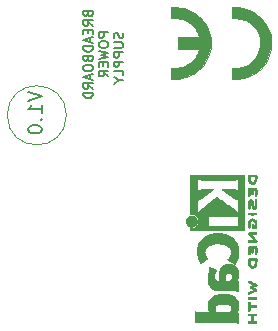
<source format=gbo>
%TF.GenerationSoftware,KiCad,Pcbnew,8.0.1*%
%TF.CreationDate,2024-06-29T09:30:56+05:30*%
%TF.ProjectId,BREADBOARD POWER SUPPLY PCB,42524541-4442-44f4-9152-4420504f5745,rev?*%
%TF.SameCoordinates,Original*%
%TF.FileFunction,Legend,Bot*%
%TF.FilePolarity,Positive*%
%FSLAX46Y46*%
G04 Gerber Fmt 4.6, Leading zero omitted, Abs format (unit mm)*
G04 Created by KiCad (PCBNEW 8.0.1) date 2024-06-29 09:30:56*
%MOMM*%
%LPD*%
G01*
G04 APERTURE LIST*
%ADD10C,0.175000*%
%ADD11C,0.100000*%
%ADD12C,0.200000*%
%ADD13C,0.010000*%
G04 APERTURE END LIST*
D10*
X116548037Y-81110714D02*
X116586132Y-81225000D01*
X116586132Y-81225000D02*
X116624228Y-81263095D01*
X116624228Y-81263095D02*
X116700418Y-81301191D01*
X116700418Y-81301191D02*
X116814704Y-81301191D01*
X116814704Y-81301191D02*
X116890894Y-81263095D01*
X116890894Y-81263095D02*
X116928990Y-81225000D01*
X116928990Y-81225000D02*
X116967085Y-81148810D01*
X116967085Y-81148810D02*
X116967085Y-80844048D01*
X116967085Y-80844048D02*
X116167085Y-80844048D01*
X116167085Y-80844048D02*
X116167085Y-81110714D01*
X116167085Y-81110714D02*
X116205180Y-81186905D01*
X116205180Y-81186905D02*
X116243275Y-81225000D01*
X116243275Y-81225000D02*
X116319466Y-81263095D01*
X116319466Y-81263095D02*
X116395656Y-81263095D01*
X116395656Y-81263095D02*
X116471847Y-81225000D01*
X116471847Y-81225000D02*
X116509942Y-81186905D01*
X116509942Y-81186905D02*
X116548037Y-81110714D01*
X116548037Y-81110714D02*
X116548037Y-80844048D01*
X116967085Y-82101191D02*
X116586132Y-81834524D01*
X116967085Y-81644048D02*
X116167085Y-81644048D01*
X116167085Y-81644048D02*
X116167085Y-81948810D01*
X116167085Y-81948810D02*
X116205180Y-82025000D01*
X116205180Y-82025000D02*
X116243275Y-82063095D01*
X116243275Y-82063095D02*
X116319466Y-82101191D01*
X116319466Y-82101191D02*
X116433751Y-82101191D01*
X116433751Y-82101191D02*
X116509942Y-82063095D01*
X116509942Y-82063095D02*
X116548037Y-82025000D01*
X116548037Y-82025000D02*
X116586132Y-81948810D01*
X116586132Y-81948810D02*
X116586132Y-81644048D01*
X116548037Y-82444048D02*
X116548037Y-82710714D01*
X116967085Y-82825000D02*
X116967085Y-82444048D01*
X116967085Y-82444048D02*
X116167085Y-82444048D01*
X116167085Y-82444048D02*
X116167085Y-82825000D01*
X116738513Y-83129762D02*
X116738513Y-83510715D01*
X116967085Y-83053572D02*
X116167085Y-83320239D01*
X116167085Y-83320239D02*
X116967085Y-83586905D01*
X116967085Y-83853572D02*
X116167085Y-83853572D01*
X116167085Y-83853572D02*
X116167085Y-84044048D01*
X116167085Y-84044048D02*
X116205180Y-84158334D01*
X116205180Y-84158334D02*
X116281370Y-84234524D01*
X116281370Y-84234524D02*
X116357561Y-84272619D01*
X116357561Y-84272619D02*
X116509942Y-84310715D01*
X116509942Y-84310715D02*
X116624228Y-84310715D01*
X116624228Y-84310715D02*
X116776609Y-84272619D01*
X116776609Y-84272619D02*
X116852799Y-84234524D01*
X116852799Y-84234524D02*
X116928990Y-84158334D01*
X116928990Y-84158334D02*
X116967085Y-84044048D01*
X116967085Y-84044048D02*
X116967085Y-83853572D01*
X116548037Y-84920238D02*
X116586132Y-85034524D01*
X116586132Y-85034524D02*
X116624228Y-85072619D01*
X116624228Y-85072619D02*
X116700418Y-85110715D01*
X116700418Y-85110715D02*
X116814704Y-85110715D01*
X116814704Y-85110715D02*
X116890894Y-85072619D01*
X116890894Y-85072619D02*
X116928990Y-85034524D01*
X116928990Y-85034524D02*
X116967085Y-84958334D01*
X116967085Y-84958334D02*
X116967085Y-84653572D01*
X116967085Y-84653572D02*
X116167085Y-84653572D01*
X116167085Y-84653572D02*
X116167085Y-84920238D01*
X116167085Y-84920238D02*
X116205180Y-84996429D01*
X116205180Y-84996429D02*
X116243275Y-85034524D01*
X116243275Y-85034524D02*
X116319466Y-85072619D01*
X116319466Y-85072619D02*
X116395656Y-85072619D01*
X116395656Y-85072619D02*
X116471847Y-85034524D01*
X116471847Y-85034524D02*
X116509942Y-84996429D01*
X116509942Y-84996429D02*
X116548037Y-84920238D01*
X116548037Y-84920238D02*
X116548037Y-84653572D01*
X116167085Y-85605953D02*
X116167085Y-85758334D01*
X116167085Y-85758334D02*
X116205180Y-85834524D01*
X116205180Y-85834524D02*
X116281370Y-85910715D01*
X116281370Y-85910715D02*
X116433751Y-85948810D01*
X116433751Y-85948810D02*
X116700418Y-85948810D01*
X116700418Y-85948810D02*
X116852799Y-85910715D01*
X116852799Y-85910715D02*
X116928990Y-85834524D01*
X116928990Y-85834524D02*
X116967085Y-85758334D01*
X116967085Y-85758334D02*
X116967085Y-85605953D01*
X116967085Y-85605953D02*
X116928990Y-85529762D01*
X116928990Y-85529762D02*
X116852799Y-85453572D01*
X116852799Y-85453572D02*
X116700418Y-85415476D01*
X116700418Y-85415476D02*
X116433751Y-85415476D01*
X116433751Y-85415476D02*
X116281370Y-85453572D01*
X116281370Y-85453572D02*
X116205180Y-85529762D01*
X116205180Y-85529762D02*
X116167085Y-85605953D01*
X116738513Y-86253571D02*
X116738513Y-86634524D01*
X116967085Y-86177381D02*
X116167085Y-86444048D01*
X116167085Y-86444048D02*
X116967085Y-86710714D01*
X116967085Y-87434524D02*
X116586132Y-87167857D01*
X116967085Y-86977381D02*
X116167085Y-86977381D01*
X116167085Y-86977381D02*
X116167085Y-87282143D01*
X116167085Y-87282143D02*
X116205180Y-87358333D01*
X116205180Y-87358333D02*
X116243275Y-87396428D01*
X116243275Y-87396428D02*
X116319466Y-87434524D01*
X116319466Y-87434524D02*
X116433751Y-87434524D01*
X116433751Y-87434524D02*
X116509942Y-87396428D01*
X116509942Y-87396428D02*
X116548037Y-87358333D01*
X116548037Y-87358333D02*
X116586132Y-87282143D01*
X116586132Y-87282143D02*
X116586132Y-86977381D01*
X116967085Y-87777381D02*
X116167085Y-87777381D01*
X116167085Y-87777381D02*
X116167085Y-87967857D01*
X116167085Y-87967857D02*
X116205180Y-88082143D01*
X116205180Y-88082143D02*
X116281370Y-88158333D01*
X116281370Y-88158333D02*
X116357561Y-88196428D01*
X116357561Y-88196428D02*
X116509942Y-88234524D01*
X116509942Y-88234524D02*
X116624228Y-88234524D01*
X116624228Y-88234524D02*
X116776609Y-88196428D01*
X116776609Y-88196428D02*
X116852799Y-88158333D01*
X116852799Y-88158333D02*
X116928990Y-88082143D01*
X116928990Y-88082143D02*
X116967085Y-87967857D01*
X116967085Y-87967857D02*
X116967085Y-87777381D01*
X118255040Y-82672619D02*
X117455040Y-82672619D01*
X117455040Y-82672619D02*
X117455040Y-82977381D01*
X117455040Y-82977381D02*
X117493135Y-83053571D01*
X117493135Y-83053571D02*
X117531230Y-83091666D01*
X117531230Y-83091666D02*
X117607421Y-83129762D01*
X117607421Y-83129762D02*
X117721706Y-83129762D01*
X117721706Y-83129762D02*
X117797897Y-83091666D01*
X117797897Y-83091666D02*
X117835992Y-83053571D01*
X117835992Y-83053571D02*
X117874087Y-82977381D01*
X117874087Y-82977381D02*
X117874087Y-82672619D01*
X117455040Y-83625000D02*
X117455040Y-83777381D01*
X117455040Y-83777381D02*
X117493135Y-83853571D01*
X117493135Y-83853571D02*
X117569325Y-83929762D01*
X117569325Y-83929762D02*
X117721706Y-83967857D01*
X117721706Y-83967857D02*
X117988373Y-83967857D01*
X117988373Y-83967857D02*
X118140754Y-83929762D01*
X118140754Y-83929762D02*
X118216945Y-83853571D01*
X118216945Y-83853571D02*
X118255040Y-83777381D01*
X118255040Y-83777381D02*
X118255040Y-83625000D01*
X118255040Y-83625000D02*
X118216945Y-83548809D01*
X118216945Y-83548809D02*
X118140754Y-83472619D01*
X118140754Y-83472619D02*
X117988373Y-83434523D01*
X117988373Y-83434523D02*
X117721706Y-83434523D01*
X117721706Y-83434523D02*
X117569325Y-83472619D01*
X117569325Y-83472619D02*
X117493135Y-83548809D01*
X117493135Y-83548809D02*
X117455040Y-83625000D01*
X117455040Y-84234523D02*
X118255040Y-84424999D01*
X118255040Y-84424999D02*
X117683611Y-84577380D01*
X117683611Y-84577380D02*
X118255040Y-84729761D01*
X118255040Y-84729761D02*
X117455040Y-84920238D01*
X117835992Y-85225000D02*
X117835992Y-85491666D01*
X118255040Y-85605952D02*
X118255040Y-85225000D01*
X118255040Y-85225000D02*
X117455040Y-85225000D01*
X117455040Y-85225000D02*
X117455040Y-85605952D01*
X118255040Y-86405953D02*
X117874087Y-86139286D01*
X118255040Y-85948810D02*
X117455040Y-85948810D01*
X117455040Y-85948810D02*
X117455040Y-86253572D01*
X117455040Y-86253572D02*
X117493135Y-86329762D01*
X117493135Y-86329762D02*
X117531230Y-86367857D01*
X117531230Y-86367857D02*
X117607421Y-86405953D01*
X117607421Y-86405953D02*
X117721706Y-86405953D01*
X117721706Y-86405953D02*
X117797897Y-86367857D01*
X117797897Y-86367857D02*
X117835992Y-86329762D01*
X117835992Y-86329762D02*
X117874087Y-86253572D01*
X117874087Y-86253572D02*
X117874087Y-85948810D01*
X119504900Y-82710714D02*
X119542995Y-82825000D01*
X119542995Y-82825000D02*
X119542995Y-83015476D01*
X119542995Y-83015476D02*
X119504900Y-83091667D01*
X119504900Y-83091667D02*
X119466804Y-83129762D01*
X119466804Y-83129762D02*
X119390614Y-83167857D01*
X119390614Y-83167857D02*
X119314423Y-83167857D01*
X119314423Y-83167857D02*
X119238233Y-83129762D01*
X119238233Y-83129762D02*
X119200138Y-83091667D01*
X119200138Y-83091667D02*
X119162042Y-83015476D01*
X119162042Y-83015476D02*
X119123947Y-82863095D01*
X119123947Y-82863095D02*
X119085852Y-82786905D01*
X119085852Y-82786905D02*
X119047757Y-82748810D01*
X119047757Y-82748810D02*
X118971566Y-82710714D01*
X118971566Y-82710714D02*
X118895376Y-82710714D01*
X118895376Y-82710714D02*
X118819185Y-82748810D01*
X118819185Y-82748810D02*
X118781090Y-82786905D01*
X118781090Y-82786905D02*
X118742995Y-82863095D01*
X118742995Y-82863095D02*
X118742995Y-83053572D01*
X118742995Y-83053572D02*
X118781090Y-83167857D01*
X118742995Y-83510715D02*
X119390614Y-83510715D01*
X119390614Y-83510715D02*
X119466804Y-83548810D01*
X119466804Y-83548810D02*
X119504900Y-83586905D01*
X119504900Y-83586905D02*
X119542995Y-83663096D01*
X119542995Y-83663096D02*
X119542995Y-83815477D01*
X119542995Y-83815477D02*
X119504900Y-83891667D01*
X119504900Y-83891667D02*
X119466804Y-83929762D01*
X119466804Y-83929762D02*
X119390614Y-83967858D01*
X119390614Y-83967858D02*
X118742995Y-83967858D01*
X119542995Y-84348810D02*
X118742995Y-84348810D01*
X118742995Y-84348810D02*
X118742995Y-84653572D01*
X118742995Y-84653572D02*
X118781090Y-84729762D01*
X118781090Y-84729762D02*
X118819185Y-84767857D01*
X118819185Y-84767857D02*
X118895376Y-84805953D01*
X118895376Y-84805953D02*
X119009661Y-84805953D01*
X119009661Y-84805953D02*
X119085852Y-84767857D01*
X119085852Y-84767857D02*
X119123947Y-84729762D01*
X119123947Y-84729762D02*
X119162042Y-84653572D01*
X119162042Y-84653572D02*
X119162042Y-84348810D01*
X119542995Y-85148810D02*
X118742995Y-85148810D01*
X118742995Y-85148810D02*
X118742995Y-85453572D01*
X118742995Y-85453572D02*
X118781090Y-85529762D01*
X118781090Y-85529762D02*
X118819185Y-85567857D01*
X118819185Y-85567857D02*
X118895376Y-85605953D01*
X118895376Y-85605953D02*
X119009661Y-85605953D01*
X119009661Y-85605953D02*
X119085852Y-85567857D01*
X119085852Y-85567857D02*
X119123947Y-85529762D01*
X119123947Y-85529762D02*
X119162042Y-85453572D01*
X119162042Y-85453572D02*
X119162042Y-85148810D01*
X119542995Y-86329762D02*
X119542995Y-85948810D01*
X119542995Y-85948810D02*
X118742995Y-85948810D01*
X119162042Y-86748810D02*
X119542995Y-86748810D01*
X118742995Y-86482143D02*
X119162042Y-86748810D01*
X119162042Y-86748810D02*
X118742995Y-87015476D01*
D11*
X114729246Y-89700000D02*
G75*
G02*
X109720754Y-89700000I-2504246J0D01*
G01*
X109720754Y-89700000D02*
G75*
G02*
X114729246Y-89700000I2504246J0D01*
G01*
D12*
X111467742Y-87695863D02*
X112667742Y-88095863D01*
X112667742Y-88095863D02*
X111467742Y-88495863D01*
X112667742Y-89524434D02*
X112667742Y-88838720D01*
X112667742Y-89181577D02*
X111467742Y-89181577D01*
X111467742Y-89181577D02*
X111639171Y-89067291D01*
X111639171Y-89067291D02*
X111753457Y-88953006D01*
X111753457Y-88953006D02*
X111810600Y-88838720D01*
X112553457Y-90038720D02*
X112610600Y-90095863D01*
X112610600Y-90095863D02*
X112667742Y-90038720D01*
X112667742Y-90038720D02*
X112610600Y-89981577D01*
X112610600Y-89981577D02*
X112553457Y-90038720D01*
X112553457Y-90038720D02*
X112667742Y-90038720D01*
X111467742Y-90838720D02*
X111467742Y-90953006D01*
X111467742Y-90953006D02*
X111524885Y-91067292D01*
X111524885Y-91067292D02*
X111582028Y-91124435D01*
X111582028Y-91124435D02*
X111696314Y-91181577D01*
X111696314Y-91181577D02*
X111924885Y-91238720D01*
X111924885Y-91238720D02*
X112210600Y-91238720D01*
X112210600Y-91238720D02*
X112439171Y-91181577D01*
X112439171Y-91181577D02*
X112553457Y-91124435D01*
X112553457Y-91124435D02*
X112610600Y-91067292D01*
X112610600Y-91067292D02*
X112667742Y-90953006D01*
X112667742Y-90953006D02*
X112667742Y-90838720D01*
X112667742Y-90838720D02*
X112610600Y-90724435D01*
X112610600Y-90724435D02*
X112553457Y-90667292D01*
X112553457Y-90667292D02*
X112439171Y-90610149D01*
X112439171Y-90610149D02*
X112210600Y-90553006D01*
X112210600Y-90553006D02*
X111924885Y-90553006D01*
X111924885Y-90553006D02*
X111696314Y-90610149D01*
X111696314Y-90610149D02*
X111582028Y-90667292D01*
X111582028Y-90667292D02*
X111524885Y-90724435D01*
X111524885Y-90724435D02*
X111467742Y-90838720D01*
D13*
%TO.C,REF\u002A\u002A*%
X129073764Y-80559612D02*
X129162450Y-80561413D01*
X129249419Y-80564212D01*
X129329782Y-80567930D01*
X129398646Y-80572490D01*
X129451120Y-80577813D01*
X129641921Y-80609241D01*
X129915623Y-80676153D01*
X130179787Y-80766971D01*
X130433047Y-80880897D01*
X130674041Y-81017133D01*
X130901402Y-81174882D01*
X131113767Y-81353344D01*
X131309770Y-81551723D01*
X131488048Y-81769218D01*
X131566872Y-81880017D01*
X131714354Y-82120637D01*
X131838081Y-82372714D01*
X131937795Y-82635614D01*
X132013241Y-82908706D01*
X132064162Y-83191354D01*
X132067963Y-83223472D01*
X132075334Y-83317014D01*
X132080066Y-83426854D01*
X132082161Y-83545887D01*
X132081618Y-83667009D01*
X132078437Y-83783118D01*
X132072618Y-83887107D01*
X132064162Y-83971875D01*
X132050945Y-84060709D01*
X131992808Y-84337383D01*
X131910958Y-84604070D01*
X131806385Y-84859573D01*
X131680079Y-85102698D01*
X131533030Y-85332247D01*
X131366227Y-85547026D01*
X131180660Y-85745838D01*
X130977320Y-85927487D01*
X130757195Y-86090777D01*
X130521277Y-86234513D01*
X130270553Y-86357498D01*
X130006016Y-86458536D01*
X129924934Y-86483667D01*
X129797338Y-86518083D01*
X129664872Y-86548706D01*
X129537271Y-86573341D01*
X129424271Y-86589789D01*
X129423762Y-86589847D01*
X129378417Y-86593531D01*
X129315909Y-86596663D01*
X129241083Y-86599197D01*
X129158783Y-86601083D01*
X129073854Y-86602274D01*
X128991142Y-86602723D01*
X128915490Y-86602382D01*
X128851744Y-86601203D01*
X128804749Y-86599138D01*
X128779349Y-86596141D01*
X128749583Y-86588164D01*
X128749583Y-85671186D01*
X129024089Y-85671504D01*
X129079233Y-85671352D01*
X129204742Y-85668680D01*
X129312894Y-85662016D01*
X129410130Y-85650463D01*
X129502893Y-85633129D01*
X129597623Y-85609118D01*
X129700763Y-85577535D01*
X129884252Y-85508336D01*
X130092307Y-85404931D01*
X130285845Y-85280719D01*
X130463579Y-85137168D01*
X130624219Y-84975748D01*
X130766478Y-84797928D01*
X130889069Y-84605177D01*
X130990701Y-84398965D01*
X131070089Y-84180759D01*
X131125943Y-83952031D01*
X131127181Y-83945233D01*
X131139149Y-83855571D01*
X131147116Y-83748837D01*
X131151074Y-83632234D01*
X131151015Y-83512965D01*
X131146934Y-83398234D01*
X131138823Y-83295244D01*
X131126674Y-83211197D01*
X131106515Y-83118629D01*
X131038456Y-82889193D01*
X130947234Y-82671394D01*
X130833527Y-82466520D01*
X130698015Y-82275861D01*
X130541378Y-82100705D01*
X130482099Y-82043408D01*
X130329702Y-81914326D01*
X130167062Y-81802977D01*
X129986511Y-81703879D01*
X129910803Y-81667911D01*
X129728168Y-81593839D01*
X129547580Y-81540075D01*
X129363141Y-81505382D01*
X129168953Y-81488523D01*
X128959119Y-81488259D01*
X128749583Y-81495530D01*
X128749583Y-80575065D01*
X128779349Y-80567088D01*
X128799697Y-80563945D01*
X128846330Y-80560975D01*
X128910813Y-80559315D01*
X128988255Y-80558887D01*
X129073764Y-80559612D01*
G36*
X129073764Y-80559612D02*
G01*
X129162450Y-80561413D01*
X129249419Y-80564212D01*
X129329782Y-80567930D01*
X129398646Y-80572490D01*
X129451120Y-80577813D01*
X129641921Y-80609241D01*
X129915623Y-80676153D01*
X130179787Y-80766971D01*
X130433047Y-80880897D01*
X130674041Y-81017133D01*
X130901402Y-81174882D01*
X131113767Y-81353344D01*
X131309770Y-81551723D01*
X131488048Y-81769218D01*
X131566872Y-81880017D01*
X131714354Y-82120637D01*
X131838081Y-82372714D01*
X131937795Y-82635614D01*
X132013241Y-82908706D01*
X132064162Y-83191354D01*
X132067963Y-83223472D01*
X132075334Y-83317014D01*
X132080066Y-83426854D01*
X132082161Y-83545887D01*
X132081618Y-83667009D01*
X132078437Y-83783118D01*
X132072618Y-83887107D01*
X132064162Y-83971875D01*
X132050945Y-84060709D01*
X131992808Y-84337383D01*
X131910958Y-84604070D01*
X131806385Y-84859573D01*
X131680079Y-85102698D01*
X131533030Y-85332247D01*
X131366227Y-85547026D01*
X131180660Y-85745838D01*
X130977320Y-85927487D01*
X130757195Y-86090777D01*
X130521277Y-86234513D01*
X130270553Y-86357498D01*
X130006016Y-86458536D01*
X129924934Y-86483667D01*
X129797338Y-86518083D01*
X129664872Y-86548706D01*
X129537271Y-86573341D01*
X129424271Y-86589789D01*
X129423762Y-86589847D01*
X129378417Y-86593531D01*
X129315909Y-86596663D01*
X129241083Y-86599197D01*
X129158783Y-86601083D01*
X129073854Y-86602274D01*
X128991142Y-86602723D01*
X128915490Y-86602382D01*
X128851744Y-86601203D01*
X128804749Y-86599138D01*
X128779349Y-86596141D01*
X128749583Y-86588164D01*
X128749583Y-85671186D01*
X129024089Y-85671504D01*
X129079233Y-85671352D01*
X129204742Y-85668680D01*
X129312894Y-85662016D01*
X129410130Y-85650463D01*
X129502893Y-85633129D01*
X129597623Y-85609118D01*
X129700763Y-85577535D01*
X129884252Y-85508336D01*
X130092307Y-85404931D01*
X130285845Y-85280719D01*
X130463579Y-85137168D01*
X130624219Y-84975748D01*
X130766478Y-84797928D01*
X130889069Y-84605177D01*
X130990701Y-84398965D01*
X131070089Y-84180759D01*
X131125943Y-83952031D01*
X131127181Y-83945233D01*
X131139149Y-83855571D01*
X131147116Y-83748837D01*
X131151074Y-83632234D01*
X131151015Y-83512965D01*
X131146934Y-83398234D01*
X131138823Y-83295244D01*
X131126674Y-83211197D01*
X131106515Y-83118629D01*
X131038456Y-82889193D01*
X130947234Y-82671394D01*
X130833527Y-82466520D01*
X130698015Y-82275861D01*
X130541378Y-82100705D01*
X130482099Y-82043408D01*
X130329702Y-81914326D01*
X130167062Y-81802977D01*
X129986511Y-81703879D01*
X129910803Y-81667911D01*
X129728168Y-81593839D01*
X129547580Y-81540075D01*
X129363141Y-81505382D01*
X129168953Y-81488523D01*
X128959119Y-81488259D01*
X128749583Y-81495530D01*
X128749583Y-80575065D01*
X128779349Y-80567088D01*
X128799697Y-80563945D01*
X128846330Y-80560975D01*
X128910813Y-80559315D01*
X128988255Y-80558887D01*
X129073764Y-80559612D01*
G37*
X123897787Y-80559008D02*
X124009313Y-80559968D01*
X124142615Y-80564356D01*
X124262480Y-80572981D01*
X124376300Y-80586592D01*
X124491470Y-80605938D01*
X124615381Y-80631769D01*
X124715691Y-80656267D01*
X124972400Y-80737322D01*
X125222491Y-80842517D01*
X125463515Y-80970325D01*
X125693027Y-81119214D01*
X125908578Y-81287656D01*
X126107720Y-81474121D01*
X126288007Y-81677079D01*
X126291427Y-81681325D01*
X126452924Y-81903177D01*
X126593879Y-82140877D01*
X126713609Y-82392809D01*
X126811431Y-82657354D01*
X126886661Y-82932894D01*
X126938617Y-83217812D01*
X126944662Y-83275752D01*
X126949834Y-83362298D01*
X126952981Y-83462925D01*
X126954105Y-83571009D01*
X126953208Y-83679923D01*
X126950292Y-83783046D01*
X126945359Y-83873751D01*
X126938410Y-83945416D01*
X126935865Y-83964155D01*
X126884588Y-84242092D01*
X126809289Y-84513532D01*
X126710975Y-84776089D01*
X126590652Y-85027378D01*
X126449327Y-85265012D01*
X126288007Y-85486607D01*
X126251460Y-85530859D01*
X126117650Y-85676982D01*
X125966573Y-85821431D01*
X125804786Y-85958545D01*
X125638844Y-86082667D01*
X125475303Y-86188135D01*
X125419501Y-86220068D01*
X125206315Y-86327465D01*
X124980575Y-86420284D01*
X124748614Y-86496376D01*
X124516763Y-86553594D01*
X124291354Y-86589789D01*
X124284289Y-86590526D01*
X124235821Y-86593981D01*
X124167842Y-86597126D01*
X124086109Y-86599766D01*
X123996376Y-86601709D01*
X123904401Y-86602762D01*
X123616667Y-86604479D01*
X123616667Y-85671776D01*
X123904401Y-85671799D01*
X123975141Y-85671664D01*
X124060832Y-85670769D01*
X124129119Y-85668702D01*
X124185391Y-85665078D01*
X124235042Y-85659513D01*
X124283462Y-85651622D01*
X124336044Y-85641021D01*
X124341745Y-85639794D01*
X124575262Y-85576206D01*
X124796309Y-85489624D01*
X125003891Y-85380719D01*
X125197010Y-85250163D01*
X125374667Y-85098630D01*
X125535866Y-84926791D01*
X125679608Y-84735319D01*
X125689064Y-84720967D01*
X125745440Y-84626569D01*
X125801718Y-84518892D01*
X125854815Y-84404878D01*
X125901648Y-84291469D01*
X125939136Y-84185611D01*
X125964196Y-84094244D01*
X125973561Y-84051250D01*
X124211979Y-84051250D01*
X124211979Y-83111979D01*
X125973561Y-83111979D01*
X125964196Y-83068984D01*
X125958102Y-83043388D01*
X125930625Y-82952488D01*
X125892318Y-82848702D01*
X125846164Y-82738866D01*
X125795145Y-82629820D01*
X125742244Y-82528402D01*
X125690446Y-82441449D01*
X125665807Y-82404379D01*
X125525547Y-82221430D01*
X125365951Y-82055418D01*
X125188780Y-81907544D01*
X124995799Y-81779009D01*
X124788768Y-81671012D01*
X124569451Y-81584754D01*
X124339611Y-81521436D01*
X124305711Y-81514308D01*
X124259012Y-81506008D01*
X124211524Y-81499996D01*
X124158112Y-81495914D01*
X124093645Y-81493408D01*
X124012990Y-81492120D01*
X123911015Y-81491695D01*
X123616665Y-81491406D01*
X123616667Y-80558750D01*
X123897787Y-80559008D01*
G36*
X123897787Y-80559008D02*
G01*
X124009313Y-80559968D01*
X124142615Y-80564356D01*
X124262480Y-80572981D01*
X124376300Y-80586592D01*
X124491470Y-80605938D01*
X124615381Y-80631769D01*
X124715691Y-80656267D01*
X124972400Y-80737322D01*
X125222491Y-80842517D01*
X125463515Y-80970325D01*
X125693027Y-81119214D01*
X125908578Y-81287656D01*
X126107720Y-81474121D01*
X126288007Y-81677079D01*
X126291427Y-81681325D01*
X126452924Y-81903177D01*
X126593879Y-82140877D01*
X126713609Y-82392809D01*
X126811431Y-82657354D01*
X126886661Y-82932894D01*
X126938617Y-83217812D01*
X126944662Y-83275752D01*
X126949834Y-83362298D01*
X126952981Y-83462925D01*
X126954105Y-83571009D01*
X126953208Y-83679923D01*
X126950292Y-83783046D01*
X126945359Y-83873751D01*
X126938410Y-83945416D01*
X126935865Y-83964155D01*
X126884588Y-84242092D01*
X126809289Y-84513532D01*
X126710975Y-84776089D01*
X126590652Y-85027378D01*
X126449327Y-85265012D01*
X126288007Y-85486607D01*
X126251460Y-85530859D01*
X126117650Y-85676982D01*
X125966573Y-85821431D01*
X125804786Y-85958545D01*
X125638844Y-86082667D01*
X125475303Y-86188135D01*
X125419501Y-86220068D01*
X125206315Y-86327465D01*
X124980575Y-86420284D01*
X124748614Y-86496376D01*
X124516763Y-86553594D01*
X124291354Y-86589789D01*
X124284289Y-86590526D01*
X124235821Y-86593981D01*
X124167842Y-86597126D01*
X124086109Y-86599766D01*
X123996376Y-86601709D01*
X123904401Y-86602762D01*
X123616667Y-86604479D01*
X123616667Y-85671776D01*
X123904401Y-85671799D01*
X123975141Y-85671664D01*
X124060832Y-85670769D01*
X124129119Y-85668702D01*
X124185391Y-85665078D01*
X124235042Y-85659513D01*
X124283462Y-85651622D01*
X124336044Y-85641021D01*
X124341745Y-85639794D01*
X124575262Y-85576206D01*
X124796309Y-85489624D01*
X125003891Y-85380719D01*
X125197010Y-85250163D01*
X125374667Y-85098630D01*
X125535866Y-84926791D01*
X125679608Y-84735319D01*
X125689064Y-84720967D01*
X125745440Y-84626569D01*
X125801718Y-84518892D01*
X125854815Y-84404878D01*
X125901648Y-84291469D01*
X125939136Y-84185611D01*
X125964196Y-84094244D01*
X125973561Y-84051250D01*
X124211979Y-84051250D01*
X124211979Y-83111979D01*
X125973561Y-83111979D01*
X125964196Y-83068984D01*
X125958102Y-83043388D01*
X125930625Y-82952488D01*
X125892318Y-82848702D01*
X125846164Y-82738866D01*
X125795145Y-82629820D01*
X125742244Y-82528402D01*
X125690446Y-82441449D01*
X125665807Y-82404379D01*
X125525547Y-82221430D01*
X125365951Y-82055418D01*
X125188780Y-81907544D01*
X124995799Y-81779009D01*
X124788768Y-81671012D01*
X124569451Y-81584754D01*
X124339611Y-81521436D01*
X124305711Y-81514308D01*
X124259012Y-81506008D01*
X124211524Y-81499996D01*
X124158112Y-81495914D01*
X124093645Y-81493408D01*
X124012990Y-81492120D01*
X123911015Y-81491695D01*
X123616665Y-81491406D01*
X123616667Y-80558750D01*
X123897787Y-80559008D01*
G37*
X130806264Y-105118873D02*
X130823739Y-105150233D01*
X130824575Y-105186034D01*
X130804082Y-105217472D01*
X130799416Y-105221348D01*
X130789949Y-105226814D01*
X130776267Y-105231021D01*
X130755748Y-105234133D01*
X130725768Y-105236313D01*
X130683704Y-105237724D01*
X130626932Y-105238529D01*
X130552830Y-105238893D01*
X130458773Y-105238978D01*
X130137227Y-105238978D01*
X130115647Y-105212327D01*
X130100877Y-105188614D01*
X130094067Y-105165600D01*
X130099949Y-105144594D01*
X130115647Y-105118873D01*
X130137227Y-105092222D01*
X130784684Y-105092222D01*
X130806264Y-105118873D01*
G36*
X130806264Y-105118873D02*
G01*
X130823739Y-105150233D01*
X130824575Y-105186034D01*
X130804082Y-105217472D01*
X130799416Y-105221348D01*
X130789949Y-105226814D01*
X130776267Y-105231021D01*
X130755748Y-105234133D01*
X130725768Y-105236313D01*
X130683704Y-105237724D01*
X130626932Y-105238529D01*
X130552830Y-105238893D01*
X130458773Y-105238978D01*
X130137227Y-105238978D01*
X130115647Y-105212327D01*
X130100877Y-105188614D01*
X130094067Y-105165600D01*
X130099949Y-105144594D01*
X130115647Y-105118873D01*
X130137227Y-105092222D01*
X130784684Y-105092222D01*
X130806264Y-105118873D01*
G37*
X130546567Y-97952041D02*
X130620789Y-97952299D01*
X130677541Y-97952970D01*
X130719512Y-97954248D01*
X130749389Y-97956327D01*
X130769861Y-97959401D01*
X130783614Y-97963666D01*
X130793337Y-97969316D01*
X130801717Y-97976545D01*
X130823181Y-98008009D01*
X130824947Y-98043174D01*
X130805267Y-98076178D01*
X130799398Y-98081484D01*
X130790314Y-98086934D01*
X130776973Y-98091100D01*
X130756757Y-98094154D01*
X130727049Y-98096268D01*
X130685232Y-98097614D01*
X130628689Y-98098362D01*
X130554802Y-98098686D01*
X130460956Y-98098755D01*
X130385294Y-98098716D01*
X130307385Y-98098461D01*
X130247375Y-98097817D01*
X130202648Y-98096613D01*
X130170585Y-98094676D01*
X130148571Y-98091836D01*
X130133987Y-98087921D01*
X130124218Y-98082758D01*
X130116645Y-98076178D01*
X130097623Y-98046994D01*
X130098463Y-98013863D01*
X130121776Y-97979709D01*
X130149485Y-97952000D01*
X130462537Y-97952000D01*
X130546567Y-97952041D01*
G36*
X130546567Y-97952041D02*
G01*
X130620789Y-97952299D01*
X130677541Y-97952970D01*
X130719512Y-97954248D01*
X130749389Y-97956327D01*
X130769861Y-97959401D01*
X130783614Y-97963666D01*
X130793337Y-97969316D01*
X130801717Y-97976545D01*
X130823181Y-98008009D01*
X130824947Y-98043174D01*
X130805267Y-98076178D01*
X130799398Y-98081484D01*
X130790314Y-98086934D01*
X130776973Y-98091100D01*
X130756757Y-98094154D01*
X130727049Y-98096268D01*
X130685232Y-98097614D01*
X130628689Y-98098362D01*
X130554802Y-98098686D01*
X130460956Y-98098755D01*
X130385294Y-98098716D01*
X130307385Y-98098461D01*
X130247375Y-98097817D01*
X130202648Y-98096613D01*
X130170585Y-98094676D01*
X130148571Y-98091836D01*
X130133987Y-98087921D01*
X130124218Y-98082758D01*
X130116645Y-98076178D01*
X130097623Y-98046994D01*
X130098463Y-98013863D01*
X130121776Y-97979709D01*
X130149485Y-97952000D01*
X130462537Y-97952000D01*
X130546567Y-97952041D01*
G37*
X125359307Y-98195331D02*
X125400450Y-98197540D01*
X125432582Y-98203106D01*
X125463122Y-98213414D01*
X125499489Y-98229852D01*
X125526728Y-98243800D01*
X125612429Y-98302335D01*
X125681617Y-98374381D01*
X125732741Y-98458053D01*
X125764250Y-98551469D01*
X125771225Y-98584566D01*
X125778094Y-98625040D01*
X125779919Y-98658001D01*
X125776947Y-98692302D01*
X125769426Y-98736800D01*
X125757002Y-98788066D01*
X125719112Y-98878566D01*
X125664836Y-98957655D01*
X125596770Y-99023472D01*
X125517511Y-99074160D01*
X125429654Y-99107860D01*
X125335795Y-99122714D01*
X125238530Y-99116864D01*
X125142220Y-99090601D01*
X125053494Y-99045582D01*
X124978419Y-98984627D01*
X124918641Y-98909816D01*
X124875809Y-98823232D01*
X124851571Y-98726957D01*
X124847576Y-98623072D01*
X124857850Y-98545438D01*
X124885053Y-98462687D01*
X124930484Y-98387594D01*
X124996302Y-98315702D01*
X125040567Y-98277154D01*
X125098961Y-98237744D01*
X125159586Y-98212554D01*
X125228865Y-98199139D01*
X125313222Y-98195052D01*
X125359307Y-98195331D01*
G36*
X125359307Y-98195331D02*
G01*
X125400450Y-98197540D01*
X125432582Y-98203106D01*
X125463122Y-98213414D01*
X125499489Y-98229852D01*
X125526728Y-98243800D01*
X125612429Y-98302335D01*
X125681617Y-98374381D01*
X125732741Y-98458053D01*
X125764250Y-98551469D01*
X125771225Y-98584566D01*
X125778094Y-98625040D01*
X125779919Y-98658001D01*
X125776947Y-98692302D01*
X125769426Y-98736800D01*
X125757002Y-98788066D01*
X125719112Y-98878566D01*
X125664836Y-98957655D01*
X125596770Y-99023472D01*
X125517511Y-99074160D01*
X125429654Y-99107860D01*
X125335795Y-99122714D01*
X125238530Y-99116864D01*
X125142220Y-99090601D01*
X125053494Y-99045582D01*
X124978419Y-98984627D01*
X124918641Y-98909816D01*
X124875809Y-98823232D01*
X124851571Y-98726957D01*
X124847576Y-98623072D01*
X124857850Y-98545438D01*
X124885053Y-98462687D01*
X124930484Y-98387594D01*
X124996302Y-98315702D01*
X125040567Y-98277154D01*
X125098961Y-98237744D01*
X125159586Y-98212554D01*
X125228865Y-98199139D01*
X125313222Y-98195052D01*
X125359307Y-98195331D01*
G37*
X130220178Y-105489083D02*
X130221631Y-105490443D01*
X130229992Y-105501646D01*
X130235547Y-105518748D01*
X130238840Y-105545918D01*
X130240418Y-105587322D01*
X130240822Y-105647127D01*
X130240822Y-105786489D01*
X130504589Y-105786489D01*
X130580417Y-105786564D01*
X130647083Y-105786972D01*
X130696867Y-105787954D01*
X130732784Y-105789750D01*
X130757850Y-105792601D01*
X130775081Y-105796747D01*
X130787492Y-105802429D01*
X130798100Y-105809886D01*
X130800906Y-105812176D01*
X130823548Y-105843354D01*
X130825112Y-105877734D01*
X130805267Y-105910666D01*
X130797191Y-105917645D01*
X130786593Y-105923117D01*
X130770749Y-105927137D01*
X130746773Y-105929928D01*
X130711774Y-105931712D01*
X130662864Y-105932711D01*
X130597154Y-105933148D01*
X130511756Y-105933244D01*
X130240822Y-105933244D01*
X130240822Y-106079180D01*
X130240821Y-106090280D01*
X130240596Y-106146798D01*
X130239457Y-106185642D01*
X130236657Y-106211035D01*
X130231450Y-106227196D01*
X130223089Y-106238348D01*
X130210826Y-106248711D01*
X130180138Y-106264559D01*
X130146358Y-106261457D01*
X130113822Y-106235813D01*
X130110105Y-106230871D01*
X130105269Y-106220662D01*
X130101506Y-106205236D01*
X130098683Y-106182114D01*
X130096670Y-106148817D01*
X130095333Y-106102863D01*
X130094542Y-106041772D01*
X130094163Y-105963065D01*
X130094067Y-105864260D01*
X130094068Y-105844233D01*
X130094158Y-105750110D01*
X130094498Y-105675595D01*
X130095239Y-105618189D01*
X130096535Y-105575389D01*
X130098537Y-105544696D01*
X130101396Y-105523609D01*
X130105266Y-105509627D01*
X130110298Y-105500250D01*
X130116645Y-105492978D01*
X130149362Y-105474172D01*
X130186939Y-105472725D01*
X130220178Y-105489083D01*
G36*
X130220178Y-105489083D02*
G01*
X130221631Y-105490443D01*
X130229992Y-105501646D01*
X130235547Y-105518748D01*
X130238840Y-105545918D01*
X130240418Y-105587322D01*
X130240822Y-105647127D01*
X130240822Y-105786489D01*
X130504589Y-105786489D01*
X130580417Y-105786564D01*
X130647083Y-105786972D01*
X130696867Y-105787954D01*
X130732784Y-105789750D01*
X130757850Y-105792601D01*
X130775081Y-105796747D01*
X130787492Y-105802429D01*
X130798100Y-105809886D01*
X130800906Y-105812176D01*
X130823548Y-105843354D01*
X130825112Y-105877734D01*
X130805267Y-105910666D01*
X130797191Y-105917645D01*
X130786593Y-105923117D01*
X130770749Y-105927137D01*
X130746773Y-105929928D01*
X130711774Y-105931712D01*
X130662864Y-105932711D01*
X130597154Y-105933148D01*
X130511756Y-105933244D01*
X130240822Y-105933244D01*
X130240822Y-106079180D01*
X130240821Y-106090280D01*
X130240596Y-106146798D01*
X130239457Y-106185642D01*
X130236657Y-106211035D01*
X130231450Y-106227196D01*
X130223089Y-106238348D01*
X130210826Y-106248711D01*
X130180138Y-106264559D01*
X130146358Y-106261457D01*
X130113822Y-106235813D01*
X130110105Y-106230871D01*
X130105269Y-106220662D01*
X130101506Y-106205236D01*
X130098683Y-106182114D01*
X130096670Y-106148817D01*
X130095333Y-106102863D01*
X130094542Y-106041772D01*
X130094163Y-105963065D01*
X130094067Y-105864260D01*
X130094068Y-105844233D01*
X130094158Y-105750110D01*
X130094498Y-105675595D01*
X130095239Y-105618189D01*
X130096535Y-105575389D01*
X130098537Y-105544696D01*
X130101396Y-105523609D01*
X130105266Y-105509627D01*
X130110298Y-105500250D01*
X130116645Y-105492978D01*
X130149362Y-105474172D01*
X130186939Y-105472725D01*
X130220178Y-105489083D01*
G37*
X130502631Y-106496891D02*
X130619000Y-106497375D01*
X130633175Y-106497443D01*
X130694937Y-106498029D01*
X130738620Y-106499352D01*
X130768001Y-106501897D01*
X130786855Y-106506152D01*
X130798959Y-106512604D01*
X130808089Y-106521738D01*
X130825506Y-106555196D01*
X130822604Y-106590144D01*
X130798100Y-106621047D01*
X130784897Y-106630056D01*
X130766361Y-106637508D01*
X130740333Y-106641876D01*
X130701787Y-106643931D01*
X130645700Y-106644444D01*
X130523045Y-106644444D01*
X130523045Y-107141155D01*
X130657871Y-107141155D01*
X130693662Y-107141228D01*
X130739992Y-107141991D01*
X130770526Y-107144167D01*
X130789557Y-107148464D01*
X130801374Y-107155588D01*
X130810271Y-107166245D01*
X130825341Y-107198496D01*
X130822673Y-107233783D01*
X130798100Y-107264514D01*
X130791845Y-107269169D01*
X130781321Y-107275105D01*
X130767391Y-107279636D01*
X130747317Y-107282952D01*
X130718360Y-107285241D01*
X130677780Y-107286692D01*
X130622840Y-107287495D01*
X130550799Y-107287838D01*
X130458920Y-107287911D01*
X130149485Y-107287911D01*
X130121776Y-107260202D01*
X130099533Y-107228823D01*
X130096844Y-107195594D01*
X130116645Y-107163733D01*
X130126415Y-107155447D01*
X130142307Y-107148035D01*
X130166275Y-107143698D01*
X130203148Y-107141662D01*
X130257756Y-107141155D01*
X130376289Y-107141155D01*
X130376289Y-106644444D01*
X130260776Y-106644444D01*
X130209078Y-106644006D01*
X130174554Y-106642042D01*
X130151978Y-106637526D01*
X130136126Y-106629433D01*
X130121776Y-106616735D01*
X130099533Y-106585357D01*
X130096844Y-106552128D01*
X130116645Y-106520266D01*
X130122835Y-106514634D01*
X130131041Y-106509544D01*
X130142817Y-106505457D01*
X130160276Y-106502279D01*
X130185530Y-106499913D01*
X130220690Y-106498262D01*
X130267869Y-106497231D01*
X130329177Y-106496723D01*
X130406727Y-106496641D01*
X130502631Y-106496891D01*
G36*
X130502631Y-106496891D02*
G01*
X130619000Y-106497375D01*
X130633175Y-106497443D01*
X130694937Y-106498029D01*
X130738620Y-106499352D01*
X130768001Y-106501897D01*
X130786855Y-106506152D01*
X130798959Y-106512604D01*
X130808089Y-106521738D01*
X130825506Y-106555196D01*
X130822604Y-106590144D01*
X130798100Y-106621047D01*
X130784897Y-106630056D01*
X130766361Y-106637508D01*
X130740333Y-106641876D01*
X130701787Y-106643931D01*
X130645700Y-106644444D01*
X130523045Y-106644444D01*
X130523045Y-107141155D01*
X130657871Y-107141155D01*
X130693662Y-107141228D01*
X130739992Y-107141991D01*
X130770526Y-107144167D01*
X130789557Y-107148464D01*
X130801374Y-107155588D01*
X130810271Y-107166245D01*
X130825341Y-107198496D01*
X130822673Y-107233783D01*
X130798100Y-107264514D01*
X130791845Y-107269169D01*
X130781321Y-107275105D01*
X130767391Y-107279636D01*
X130747317Y-107282952D01*
X130718360Y-107285241D01*
X130677780Y-107286692D01*
X130622840Y-107287495D01*
X130550799Y-107287838D01*
X130458920Y-107287911D01*
X130149485Y-107287911D01*
X130121776Y-107260202D01*
X130099533Y-107228823D01*
X130096844Y-107195594D01*
X130116645Y-107163733D01*
X130126415Y-107155447D01*
X130142307Y-107148035D01*
X130166275Y-107143698D01*
X130203148Y-107141662D01*
X130257756Y-107141155D01*
X130376289Y-107141155D01*
X130376289Y-106644444D01*
X130260776Y-106644444D01*
X130209078Y-106644006D01*
X130174554Y-106642042D01*
X130151978Y-106637526D01*
X130136126Y-106629433D01*
X130121776Y-106616735D01*
X130099533Y-106585357D01*
X130096844Y-106552128D01*
X130116645Y-106520266D01*
X130122835Y-106514634D01*
X130131041Y-106509544D01*
X130142817Y-106505457D01*
X130160276Y-106502279D01*
X130185530Y-106499913D01*
X130220690Y-106498262D01*
X130267869Y-106497231D01*
X130329177Y-106496723D01*
X130406727Y-106496641D01*
X130502631Y-106496891D01*
G37*
X130520526Y-101812825D02*
X130599311Y-101813050D01*
X130660021Y-101813668D01*
X130681089Y-101814225D01*
X130705396Y-101814867D01*
X130738175Y-101816837D01*
X130761095Y-101819765D01*
X130776897Y-101823842D01*
X130788319Y-101829257D01*
X130798100Y-101836197D01*
X130827845Y-101859594D01*
X130827251Y-102025286D01*
X130826953Y-102060082D01*
X130823522Y-102158565D01*
X130815839Y-102239527D01*
X130803282Y-102306621D01*
X130785227Y-102363504D01*
X130761052Y-102413831D01*
X130759135Y-102417190D01*
X130722417Y-102475002D01*
X130685451Y-102517356D01*
X130641966Y-102550172D01*
X130585689Y-102579372D01*
X130576073Y-102583654D01*
X130512887Y-102606231D01*
X130457509Y-102613203D01*
X130402483Y-102604601D01*
X130340351Y-102580459D01*
X130338658Y-102579663D01*
X130269236Y-102539212D01*
X130212638Y-102488527D01*
X130168070Y-102425802D01*
X130134741Y-102349226D01*
X130111861Y-102256991D01*
X130098636Y-102147288D01*
X130094275Y-102018309D01*
X130094270Y-102014737D01*
X130094372Y-101970844D01*
X130240822Y-101970844D01*
X130241270Y-102058333D01*
X130243746Y-102125253D01*
X130254998Y-102217651D01*
X130274537Y-102296966D01*
X130301511Y-102358940D01*
X130322240Y-102389880D01*
X130352006Y-102418000D01*
X130394434Y-102441340D01*
X130410400Y-102448467D01*
X130442902Y-102460291D01*
X130467333Y-102462721D01*
X130492061Y-102457108D01*
X130507939Y-102451382D01*
X130567847Y-102418452D01*
X130613600Y-102371114D01*
X130646736Y-102307348D01*
X130668790Y-102225139D01*
X130669292Y-102222345D01*
X130675255Y-102176060D01*
X130679483Y-102119664D01*
X130681089Y-102064726D01*
X130681089Y-101970844D01*
X130240822Y-101970844D01*
X130094372Y-101970844D01*
X130094410Y-101954717D01*
X130095446Y-101912786D01*
X130098040Y-101884672D01*
X130102853Y-101866103D01*
X130110544Y-101852806D01*
X130121776Y-101840509D01*
X130149485Y-101812800D01*
X130458920Y-101812800D01*
X130520526Y-101812825D01*
G36*
X130520526Y-101812825D02*
G01*
X130599311Y-101813050D01*
X130660021Y-101813668D01*
X130681089Y-101814225D01*
X130705396Y-101814867D01*
X130738175Y-101816837D01*
X130761095Y-101819765D01*
X130776897Y-101823842D01*
X130788319Y-101829257D01*
X130798100Y-101836197D01*
X130827845Y-101859594D01*
X130827251Y-102025286D01*
X130826953Y-102060082D01*
X130823522Y-102158565D01*
X130815839Y-102239527D01*
X130803282Y-102306621D01*
X130785227Y-102363504D01*
X130761052Y-102413831D01*
X130759135Y-102417190D01*
X130722417Y-102475002D01*
X130685451Y-102517356D01*
X130641966Y-102550172D01*
X130585689Y-102579372D01*
X130576073Y-102583654D01*
X130512887Y-102606231D01*
X130457509Y-102613203D01*
X130402483Y-102604601D01*
X130340351Y-102580459D01*
X130338658Y-102579663D01*
X130269236Y-102539212D01*
X130212638Y-102488527D01*
X130168070Y-102425802D01*
X130134741Y-102349226D01*
X130111861Y-102256991D01*
X130098636Y-102147288D01*
X130094275Y-102018309D01*
X130094270Y-102014737D01*
X130094372Y-101970844D01*
X130240822Y-101970844D01*
X130241270Y-102058333D01*
X130243746Y-102125253D01*
X130254998Y-102217651D01*
X130274537Y-102296966D01*
X130301511Y-102358940D01*
X130322240Y-102389880D01*
X130352006Y-102418000D01*
X130394434Y-102441340D01*
X130410400Y-102448467D01*
X130442902Y-102460291D01*
X130467333Y-102462721D01*
X130492061Y-102457108D01*
X130507939Y-102451382D01*
X130567847Y-102418452D01*
X130613600Y-102371114D01*
X130646736Y-102307348D01*
X130668790Y-102225139D01*
X130669292Y-102222345D01*
X130675255Y-102176060D01*
X130679483Y-102119664D01*
X130681089Y-102064726D01*
X130681089Y-101970844D01*
X130240822Y-101970844D01*
X130094372Y-101970844D01*
X130094410Y-101954717D01*
X130095446Y-101912786D01*
X130098040Y-101884672D01*
X130102853Y-101866103D01*
X130110544Y-101852806D01*
X130121776Y-101840509D01*
X130149485Y-101812800D01*
X130458920Y-101812800D01*
X130520526Y-101812825D01*
G37*
X130460956Y-94723378D02*
X130536617Y-94723417D01*
X130614526Y-94723672D01*
X130674536Y-94724316D01*
X130719264Y-94725520D01*
X130751326Y-94727457D01*
X130773340Y-94730297D01*
X130787924Y-94734212D01*
X130797694Y-94739374D01*
X130805267Y-94745955D01*
X130811501Y-94752923D01*
X130818801Y-94765921D01*
X130823554Y-94785069D01*
X130826292Y-94814472D01*
X130827545Y-94858238D01*
X130827845Y-94920472D01*
X130827469Y-94969418D01*
X130823041Y-95076278D01*
X130812953Y-95165506D01*
X130796365Y-95240304D01*
X130772435Y-95303875D01*
X130740321Y-95359421D01*
X130699182Y-95410146D01*
X130693330Y-95416134D01*
X130644821Y-95453001D01*
X130584013Y-95484101D01*
X130519769Y-95505583D01*
X130460956Y-95513600D01*
X130439739Y-95512321D01*
X130382323Y-95500009D01*
X130322413Y-95477480D01*
X130268363Y-95448250D01*
X130228532Y-95415833D01*
X130211510Y-95396292D01*
X130172322Y-95341580D01*
X130142193Y-95281277D01*
X130120232Y-95212081D01*
X130105550Y-95130689D01*
X130097259Y-95033800D01*
X130095148Y-94946333D01*
X130240808Y-94946333D01*
X130240817Y-94949361D01*
X130242782Y-95000481D01*
X130247507Y-95060584D01*
X130254035Y-95117292D01*
X130263331Y-95167250D01*
X130289600Y-95242002D01*
X130328899Y-95299511D01*
X130381933Y-95341012D01*
X130433200Y-95362229D01*
X130481026Y-95363647D01*
X130531961Y-95345365D01*
X130577878Y-95315695D01*
X130620287Y-95268998D01*
X130650090Y-95207608D01*
X130669226Y-95128462D01*
X130669464Y-95126972D01*
X130675256Y-95078001D01*
X130679396Y-95019307D01*
X130681004Y-94963266D01*
X130681089Y-94870133D01*
X130240822Y-94870133D01*
X130240808Y-94946333D01*
X130095148Y-94946333D01*
X130094467Y-94918111D01*
X130094066Y-94878629D01*
X130093653Y-94832918D01*
X130095457Y-94797117D01*
X130101739Y-94770026D01*
X130114759Y-94750444D01*
X130136778Y-94737170D01*
X130170055Y-94729002D01*
X130216851Y-94724740D01*
X130240822Y-94724143D01*
X130279427Y-94723183D01*
X130360041Y-94723130D01*
X130460956Y-94723378D01*
G36*
X130460956Y-94723378D02*
G01*
X130536617Y-94723417D01*
X130614526Y-94723672D01*
X130674536Y-94724316D01*
X130719264Y-94725520D01*
X130751326Y-94727457D01*
X130773340Y-94730297D01*
X130787924Y-94734212D01*
X130797694Y-94739374D01*
X130805267Y-94745955D01*
X130811501Y-94752923D01*
X130818801Y-94765921D01*
X130823554Y-94785069D01*
X130826292Y-94814472D01*
X130827545Y-94858238D01*
X130827845Y-94920472D01*
X130827469Y-94969418D01*
X130823041Y-95076278D01*
X130812953Y-95165506D01*
X130796365Y-95240304D01*
X130772435Y-95303875D01*
X130740321Y-95359421D01*
X130699182Y-95410146D01*
X130693330Y-95416134D01*
X130644821Y-95453001D01*
X130584013Y-95484101D01*
X130519769Y-95505583D01*
X130460956Y-95513600D01*
X130439739Y-95512321D01*
X130382323Y-95500009D01*
X130322413Y-95477480D01*
X130268363Y-95448250D01*
X130228532Y-95415833D01*
X130211510Y-95396292D01*
X130172322Y-95341580D01*
X130142193Y-95281277D01*
X130120232Y-95212081D01*
X130105550Y-95130689D01*
X130097259Y-95033800D01*
X130095148Y-94946333D01*
X130240808Y-94946333D01*
X130240817Y-94949361D01*
X130242782Y-95000481D01*
X130247507Y-95060584D01*
X130254035Y-95117292D01*
X130263331Y-95167250D01*
X130289600Y-95242002D01*
X130328899Y-95299511D01*
X130381933Y-95341012D01*
X130433200Y-95362229D01*
X130481026Y-95363647D01*
X130531961Y-95345365D01*
X130577878Y-95315695D01*
X130620287Y-95268998D01*
X130650090Y-95207608D01*
X130669226Y-95128462D01*
X130669464Y-95126972D01*
X130675256Y-95078001D01*
X130679396Y-95019307D01*
X130681004Y-94963266D01*
X130681089Y-94870133D01*
X130240822Y-94870133D01*
X130240808Y-94946333D01*
X130095148Y-94946333D01*
X130094467Y-94918111D01*
X130094066Y-94878629D01*
X130093653Y-94832918D01*
X130095457Y-94797117D01*
X130101739Y-94770026D01*
X130114759Y-94750444D01*
X130136778Y-94737170D01*
X130170055Y-94729002D01*
X130216851Y-94724740D01*
X130240822Y-94724143D01*
X130279427Y-94723183D01*
X130360041Y-94723130D01*
X130460956Y-94723378D01*
G37*
X130519486Y-99611489D02*
X130598573Y-99611708D01*
X130659516Y-99612317D01*
X130705062Y-99613508D01*
X130737963Y-99615471D01*
X130760968Y-99618397D01*
X130776826Y-99622477D01*
X130788286Y-99627903D01*
X130798100Y-99634864D01*
X130822493Y-99665292D01*
X130825372Y-99700235D01*
X130806282Y-99737216D01*
X130802807Y-99741400D01*
X130794279Y-99749576D01*
X130782728Y-99755636D01*
X130764896Y-99760019D01*
X130737524Y-99763161D01*
X130697354Y-99765498D01*
X130641128Y-99767469D01*
X130565589Y-99769511D01*
X130346458Y-99775155D01*
X130587099Y-100040444D01*
X130653875Y-100114278D01*
X130711991Y-100179458D01*
X130756949Y-100231652D01*
X130789871Y-100272727D01*
X130811879Y-100304545D01*
X130824094Y-100328974D01*
X130827639Y-100347876D01*
X130823636Y-100363117D01*
X130813207Y-100376561D01*
X130797474Y-100390073D01*
X130788991Y-100396318D01*
X130778413Y-100401950D01*
X130764255Y-100406161D01*
X130743803Y-100409113D01*
X130714342Y-100410968D01*
X130673161Y-100411887D01*
X130617544Y-100412032D01*
X130544779Y-100411565D01*
X130452151Y-100410648D01*
X130137199Y-100407333D01*
X130115633Y-100380682D01*
X130099441Y-100354617D01*
X130096670Y-100321759D01*
X130115623Y-100287228D01*
X130119208Y-100282916D01*
X130127737Y-100274784D01*
X130139329Y-100268755D01*
X130157235Y-100264394D01*
X130184706Y-100261266D01*
X130224994Y-100258937D01*
X130281351Y-100256971D01*
X130357029Y-100254933D01*
X130576878Y-100249289D01*
X130413084Y-100068666D01*
X130334451Y-99981928D01*
X130266058Y-99906157D01*
X130210708Y-99844020D01*
X130167338Y-99793922D01*
X130134881Y-99754265D01*
X130112273Y-99723452D01*
X130098448Y-99699886D01*
X130092343Y-99681970D01*
X130092892Y-99668107D01*
X130099029Y-99656699D01*
X130109691Y-99646150D01*
X130123811Y-99634864D01*
X130129772Y-99630411D01*
X130140268Y-99624412D01*
X130154093Y-99619833D01*
X130173998Y-99616481D01*
X130202732Y-99614167D01*
X130243045Y-99612699D01*
X130297687Y-99611887D01*
X130369407Y-99611540D01*
X130460956Y-99611466D01*
X130519486Y-99611489D01*
G36*
X130519486Y-99611489D02*
G01*
X130598573Y-99611708D01*
X130659516Y-99612317D01*
X130705062Y-99613508D01*
X130737963Y-99615471D01*
X130760968Y-99618397D01*
X130776826Y-99622477D01*
X130788286Y-99627903D01*
X130798100Y-99634864D01*
X130822493Y-99665292D01*
X130825372Y-99700235D01*
X130806282Y-99737216D01*
X130802807Y-99741400D01*
X130794279Y-99749576D01*
X130782728Y-99755636D01*
X130764896Y-99760019D01*
X130737524Y-99763161D01*
X130697354Y-99765498D01*
X130641128Y-99767469D01*
X130565589Y-99769511D01*
X130346458Y-99775155D01*
X130587099Y-100040444D01*
X130653875Y-100114278D01*
X130711991Y-100179458D01*
X130756949Y-100231652D01*
X130789871Y-100272727D01*
X130811879Y-100304545D01*
X130824094Y-100328974D01*
X130827639Y-100347876D01*
X130823636Y-100363117D01*
X130813207Y-100376561D01*
X130797474Y-100390073D01*
X130788991Y-100396318D01*
X130778413Y-100401950D01*
X130764255Y-100406161D01*
X130743803Y-100409113D01*
X130714342Y-100410968D01*
X130673161Y-100411887D01*
X130617544Y-100412032D01*
X130544779Y-100411565D01*
X130452151Y-100410648D01*
X130137199Y-100407333D01*
X130115633Y-100380682D01*
X130099441Y-100354617D01*
X130096670Y-100321759D01*
X130115623Y-100287228D01*
X130119208Y-100282916D01*
X130127737Y-100274784D01*
X130139329Y-100268755D01*
X130157235Y-100264394D01*
X130184706Y-100261266D01*
X130224994Y-100258937D01*
X130281351Y-100256971D01*
X130357029Y-100254933D01*
X130576878Y-100249289D01*
X130413084Y-100068666D01*
X130334451Y-99981928D01*
X130266058Y-99906157D01*
X130210708Y-99844020D01*
X130167338Y-99793922D01*
X130134881Y-99754265D01*
X130112273Y-99723452D01*
X130098448Y-99699886D01*
X130092343Y-99681970D01*
X130092892Y-99668107D01*
X130099029Y-99656699D01*
X130109691Y-99646150D01*
X130123811Y-99634864D01*
X130129772Y-99630411D01*
X130140268Y-99624412D01*
X130154093Y-99619833D01*
X130173998Y-99616481D01*
X130202732Y-99614167D01*
X130243045Y-99612699D01*
X130297687Y-99611887D01*
X130369407Y-99611540D01*
X130460956Y-99611466D01*
X130519486Y-99611489D01*
G37*
X130479259Y-98427702D02*
X130530592Y-98440643D01*
X130587118Y-98463806D01*
X130641035Y-98493698D01*
X130684539Y-98526827D01*
X130694887Y-98537023D01*
X130746662Y-98604108D01*
X130786554Y-98684234D01*
X130810956Y-98770444D01*
X130819068Y-98825408D01*
X130825673Y-98918861D01*
X130823586Y-99008642D01*
X130813340Y-99091131D01*
X130795470Y-99162714D01*
X130770508Y-99219772D01*
X130738988Y-99258689D01*
X130737012Y-99260064D01*
X130711786Y-99267152D01*
X130664535Y-99271391D01*
X130595071Y-99272800D01*
X130532838Y-99271940D01*
X130485456Y-99267220D01*
X130453353Y-99255530D01*
X130433800Y-99233761D01*
X130424070Y-99198802D01*
X130421433Y-99147544D01*
X130423161Y-99076877D01*
X130426173Y-99028257D01*
X130434366Y-98978061D01*
X130448419Y-98945567D01*
X130469654Y-98928108D01*
X130499394Y-98923017D01*
X130503936Y-98923123D01*
X130538730Y-98931825D01*
X130562147Y-98955835D01*
X130575347Y-98997100D01*
X130579489Y-99057569D01*
X130579489Y-99126044D01*
X130617841Y-99126044D01*
X130626976Y-99125994D01*
X130644227Y-99123773D01*
X130654521Y-99114506D01*
X130661459Y-99093125D01*
X130668641Y-99054564D01*
X130669575Y-99049090D01*
X130679478Y-98952140D01*
X130676559Y-98862148D01*
X130661829Y-98781240D01*
X130636299Y-98711541D01*
X130600978Y-98655176D01*
X130556879Y-98614271D01*
X130505012Y-98590949D01*
X130446388Y-98587337D01*
X130417494Y-98592855D01*
X130361604Y-98619539D01*
X130315945Y-98665727D01*
X130281108Y-98730709D01*
X130257690Y-98813771D01*
X130253241Y-98838445D01*
X130242742Y-98927774D01*
X130243971Y-99007581D01*
X130256906Y-99085674D01*
X130263696Y-99120817D01*
X130264713Y-99166255D01*
X130252182Y-99197570D01*
X130225395Y-99217723D01*
X130197148Y-99224107D01*
X130165924Y-99214621D01*
X130152499Y-99205292D01*
X130128967Y-99171057D01*
X130111095Y-99118435D01*
X130099599Y-99049919D01*
X130095192Y-98968000D01*
X130099179Y-98870850D01*
X130115494Y-98764843D01*
X130143545Y-98671031D01*
X130182452Y-98592235D01*
X130231334Y-98531281D01*
X130264195Y-98505211D01*
X130313394Y-98475703D01*
X130367252Y-98450432D01*
X130418419Y-98432782D01*
X130459544Y-98426142D01*
X130479259Y-98427702D01*
G36*
X130479259Y-98427702D02*
G01*
X130530592Y-98440643D01*
X130587118Y-98463806D01*
X130641035Y-98493698D01*
X130684539Y-98526827D01*
X130694887Y-98537023D01*
X130746662Y-98604108D01*
X130786554Y-98684234D01*
X130810956Y-98770444D01*
X130819068Y-98825408D01*
X130825673Y-98918861D01*
X130823586Y-99008642D01*
X130813340Y-99091131D01*
X130795470Y-99162714D01*
X130770508Y-99219772D01*
X130738988Y-99258689D01*
X130737012Y-99260064D01*
X130711786Y-99267152D01*
X130664535Y-99271391D01*
X130595071Y-99272800D01*
X130532838Y-99271940D01*
X130485456Y-99267220D01*
X130453353Y-99255530D01*
X130433800Y-99233761D01*
X130424070Y-99198802D01*
X130421433Y-99147544D01*
X130423161Y-99076877D01*
X130426173Y-99028257D01*
X130434366Y-98978061D01*
X130448419Y-98945567D01*
X130469654Y-98928108D01*
X130499394Y-98923017D01*
X130503936Y-98923123D01*
X130538730Y-98931825D01*
X130562147Y-98955835D01*
X130575347Y-98997100D01*
X130579489Y-99057569D01*
X130579489Y-99126044D01*
X130617841Y-99126044D01*
X130626976Y-99125994D01*
X130644227Y-99123773D01*
X130654521Y-99114506D01*
X130661459Y-99093125D01*
X130668641Y-99054564D01*
X130669575Y-99049090D01*
X130679478Y-98952140D01*
X130676559Y-98862148D01*
X130661829Y-98781240D01*
X130636299Y-98711541D01*
X130600978Y-98655176D01*
X130556879Y-98614271D01*
X130505012Y-98590949D01*
X130446388Y-98587337D01*
X130417494Y-98592855D01*
X130361604Y-98619539D01*
X130315945Y-98665727D01*
X130281108Y-98730709D01*
X130257690Y-98813771D01*
X130253241Y-98838445D01*
X130242742Y-98927774D01*
X130243971Y-99007581D01*
X130256906Y-99085674D01*
X130263696Y-99120817D01*
X130264713Y-99166255D01*
X130252182Y-99197570D01*
X130225395Y-99217723D01*
X130197148Y-99224107D01*
X130165924Y-99214621D01*
X130152499Y-99205292D01*
X130128967Y-99171057D01*
X130111095Y-99118435D01*
X130099599Y-99049919D01*
X130095192Y-98968000D01*
X130099179Y-98870850D01*
X130115494Y-98764843D01*
X130143545Y-98671031D01*
X130182452Y-98592235D01*
X130231334Y-98531281D01*
X130264195Y-98505211D01*
X130313394Y-98475703D01*
X130367252Y-98450432D01*
X130418419Y-98432782D01*
X130459544Y-98426142D01*
X130479259Y-98427702D01*
G37*
X130531911Y-100796829D02*
X130610228Y-100797061D01*
X130670496Y-100797681D01*
X130715393Y-100798874D01*
X130747602Y-100800821D01*
X130769800Y-100803706D01*
X130784669Y-100807712D01*
X130794889Y-100813021D01*
X130803138Y-100819817D01*
X130807795Y-100824332D01*
X130814282Y-100832562D01*
X130819194Y-100843922D01*
X130822749Y-100861190D01*
X130825167Y-100887145D01*
X130826667Y-100924564D01*
X130827467Y-100976227D01*
X130827787Y-101044911D01*
X130827845Y-101133394D01*
X130827838Y-101153069D01*
X130827572Y-101240094D01*
X130826806Y-101307746D01*
X130825392Y-101358701D01*
X130823180Y-101395633D01*
X130820022Y-101421217D01*
X130815769Y-101438129D01*
X130810271Y-101449043D01*
X130800285Y-101459536D01*
X130769168Y-101472797D01*
X130733280Y-101471614D01*
X130701733Y-101455450D01*
X130699457Y-101453261D01*
X130693189Y-101444573D01*
X130688523Y-101431231D01*
X130685227Y-101410248D01*
X130683068Y-101378637D01*
X130681814Y-101333410D01*
X130681231Y-101271580D01*
X130681089Y-101190161D01*
X130681089Y-100943555D01*
X130523045Y-100943555D01*
X130523045Y-101105994D01*
X130522964Y-101141662D01*
X130522167Y-101197432D01*
X130520162Y-101236570D01*
X130516521Y-101263024D01*
X130510812Y-101280741D01*
X130502607Y-101293671D01*
X130499423Y-101297314D01*
X130468448Y-101315722D01*
X130432112Y-101316356D01*
X130398493Y-101298817D01*
X130398424Y-101298755D01*
X130389798Y-101289084D01*
X130383742Y-101275791D01*
X130379811Y-101255083D01*
X130377556Y-101223172D01*
X130376531Y-101176266D01*
X130376289Y-101110576D01*
X130376289Y-100942429D01*
X130311378Y-100945814D01*
X130246467Y-100949200D01*
X130243414Y-101191277D01*
X130243086Y-101216293D01*
X130241606Y-101297913D01*
X130239222Y-101360232D01*
X130235227Y-101405846D01*
X130228913Y-101437348D01*
X130219574Y-101457333D01*
X130206503Y-101468396D01*
X130188992Y-101473131D01*
X130166335Y-101474133D01*
X130163970Y-101474127D01*
X130143939Y-101472973D01*
X130128146Y-101468176D01*
X130116090Y-101457368D01*
X130107267Y-101438183D01*
X130101175Y-101408255D01*
X130097311Y-101365217D01*
X130095174Y-101306701D01*
X130094260Y-101230343D01*
X130094067Y-101133774D01*
X130094067Y-100843594D01*
X130123811Y-100820197D01*
X130130495Y-100815248D01*
X130141066Y-100809404D01*
X130155153Y-100804943D01*
X130175478Y-100801679D01*
X130204765Y-100799426D01*
X130245737Y-100797998D01*
X130301117Y-100797208D01*
X130373628Y-100796871D01*
X130465994Y-100796800D01*
X130531911Y-100796829D01*
G36*
X130531911Y-100796829D02*
G01*
X130610228Y-100797061D01*
X130670496Y-100797681D01*
X130715393Y-100798874D01*
X130747602Y-100800821D01*
X130769800Y-100803706D01*
X130784669Y-100807712D01*
X130794889Y-100813021D01*
X130803138Y-100819817D01*
X130807795Y-100824332D01*
X130814282Y-100832562D01*
X130819194Y-100843922D01*
X130822749Y-100861190D01*
X130825167Y-100887145D01*
X130826667Y-100924564D01*
X130827467Y-100976227D01*
X130827787Y-101044911D01*
X130827845Y-101133394D01*
X130827838Y-101153069D01*
X130827572Y-101240094D01*
X130826806Y-101307746D01*
X130825392Y-101358701D01*
X130823180Y-101395633D01*
X130820022Y-101421217D01*
X130815769Y-101438129D01*
X130810271Y-101449043D01*
X130800285Y-101459536D01*
X130769168Y-101472797D01*
X130733280Y-101471614D01*
X130701733Y-101455450D01*
X130699457Y-101453261D01*
X130693189Y-101444573D01*
X130688523Y-101431231D01*
X130685227Y-101410248D01*
X130683068Y-101378637D01*
X130681814Y-101333410D01*
X130681231Y-101271580D01*
X130681089Y-101190161D01*
X130681089Y-100943555D01*
X130523045Y-100943555D01*
X130523045Y-101105994D01*
X130522964Y-101141662D01*
X130522167Y-101197432D01*
X130520162Y-101236570D01*
X130516521Y-101263024D01*
X130510812Y-101280741D01*
X130502607Y-101293671D01*
X130499423Y-101297314D01*
X130468448Y-101315722D01*
X130432112Y-101316356D01*
X130398493Y-101298817D01*
X130398424Y-101298755D01*
X130389798Y-101289084D01*
X130383742Y-101275791D01*
X130379811Y-101255083D01*
X130377556Y-101223172D01*
X130376531Y-101176266D01*
X130376289Y-101110576D01*
X130376289Y-100942429D01*
X130311378Y-100945814D01*
X130246467Y-100949200D01*
X130243414Y-101191277D01*
X130243086Y-101216293D01*
X130241606Y-101297913D01*
X130239222Y-101360232D01*
X130235227Y-101405846D01*
X130228913Y-101437348D01*
X130219574Y-101457333D01*
X130206503Y-101468396D01*
X130188992Y-101473131D01*
X130166335Y-101474133D01*
X130163970Y-101474127D01*
X130143939Y-101472973D01*
X130128146Y-101468176D01*
X130116090Y-101457368D01*
X130107267Y-101438183D01*
X130101175Y-101408255D01*
X130097311Y-101365217D01*
X130095174Y-101306701D01*
X130094260Y-101230343D01*
X130094067Y-101133774D01*
X130094067Y-100843594D01*
X130123811Y-100820197D01*
X130130495Y-100815248D01*
X130141066Y-100809404D01*
X130155153Y-100804943D01*
X130175478Y-100801679D01*
X130204765Y-100799426D01*
X130245737Y-100797998D01*
X130301117Y-100797208D01*
X130373628Y-100796871D01*
X130465994Y-100796800D01*
X130531911Y-100796829D01*
G37*
X130535713Y-95852303D02*
X130613889Y-95852552D01*
X130674103Y-95853188D01*
X130718982Y-95854385D01*
X130751152Y-95856316D01*
X130773239Y-95859154D01*
X130787870Y-95863073D01*
X130797670Y-95868245D01*
X130805267Y-95874844D01*
X130808444Y-95878178D01*
X130814554Y-95886700D01*
X130819229Y-95898702D01*
X130822659Y-95916913D01*
X130825036Y-95944060D01*
X130826552Y-95982871D01*
X130827398Y-96036076D01*
X130827765Y-96106402D01*
X130827845Y-96196578D01*
X130827833Y-96238686D01*
X130827651Y-96319833D01*
X130827098Y-96382325D01*
X130825982Y-96428891D01*
X130824113Y-96462259D01*
X130821298Y-96485156D01*
X130817346Y-96500312D01*
X130812066Y-96510454D01*
X130805267Y-96518311D01*
X130783667Y-96533037D01*
X130754467Y-96540889D01*
X130730560Y-96535390D01*
X130703667Y-96518311D01*
X130699059Y-96513332D01*
X130692772Y-96503557D01*
X130688146Y-96489441D01*
X130684930Y-96467946D01*
X130682870Y-96436032D01*
X130681712Y-96390658D01*
X130681202Y-96328787D01*
X130681089Y-96247378D01*
X130681089Y-95999022D01*
X130523045Y-95999022D01*
X130523045Y-96160199D01*
X130522899Y-96196017D01*
X130521176Y-96261641D01*
X130516741Y-96308882D01*
X130508637Y-96340617D01*
X130495906Y-96359723D01*
X130477592Y-96369077D01*
X130452738Y-96371555D01*
X130432482Y-96370758D01*
X130410656Y-96365506D01*
X130395304Y-96352712D01*
X130385309Y-96329372D01*
X130379553Y-96292483D01*
X130376919Y-96239041D01*
X130376289Y-96166042D01*
X130376289Y-95997895D01*
X130311378Y-96001281D01*
X130246467Y-96004666D01*
X130243418Y-96252383D01*
X130242539Y-96314974D01*
X130241095Y-96383435D01*
X130239164Y-96434339D01*
X130236514Y-96470592D01*
X130232910Y-96495099D01*
X130228121Y-96510765D01*
X130221913Y-96520494D01*
X130215510Y-96526509D01*
X130183828Y-96539518D01*
X130148142Y-96535957D01*
X130117084Y-96516182D01*
X130114161Y-96512931D01*
X130107810Y-96503951D01*
X130102957Y-96491847D01*
X130099403Y-96473841D01*
X130096946Y-96447153D01*
X130095385Y-96409003D01*
X130094518Y-96356614D01*
X130094146Y-96287206D01*
X130094067Y-96197999D01*
X130094083Y-96143266D01*
X130094275Y-96066169D01*
X130094860Y-96007223D01*
X130096051Y-95963636D01*
X130098064Y-95932617D01*
X130101112Y-95911375D01*
X130105409Y-95897118D01*
X130111172Y-95887055D01*
X130118612Y-95878394D01*
X130120293Y-95876609D01*
X130127832Y-95869365D01*
X130136850Y-95863723D01*
X130149984Y-95859483D01*
X130169872Y-95856444D01*
X130199151Y-95854406D01*
X130240458Y-95853170D01*
X130296431Y-95852535D01*
X130369707Y-95852300D01*
X130462923Y-95852266D01*
X130535713Y-95852303D01*
G36*
X130535713Y-95852303D02*
G01*
X130613889Y-95852552D01*
X130674103Y-95853188D01*
X130718982Y-95854385D01*
X130751152Y-95856316D01*
X130773239Y-95859154D01*
X130787870Y-95863073D01*
X130797670Y-95868245D01*
X130805267Y-95874844D01*
X130808444Y-95878178D01*
X130814554Y-95886700D01*
X130819229Y-95898702D01*
X130822659Y-95916913D01*
X130825036Y-95944060D01*
X130826552Y-95982871D01*
X130827398Y-96036076D01*
X130827765Y-96106402D01*
X130827845Y-96196578D01*
X130827833Y-96238686D01*
X130827651Y-96319833D01*
X130827098Y-96382325D01*
X130825982Y-96428891D01*
X130824113Y-96462259D01*
X130821298Y-96485156D01*
X130817346Y-96500312D01*
X130812066Y-96510454D01*
X130805267Y-96518311D01*
X130783667Y-96533037D01*
X130754467Y-96540889D01*
X130730560Y-96535390D01*
X130703667Y-96518311D01*
X130699059Y-96513332D01*
X130692772Y-96503557D01*
X130688146Y-96489441D01*
X130684930Y-96467946D01*
X130682870Y-96436032D01*
X130681712Y-96390658D01*
X130681202Y-96328787D01*
X130681089Y-96247378D01*
X130681089Y-95999022D01*
X130523045Y-95999022D01*
X130523045Y-96160199D01*
X130522899Y-96196017D01*
X130521176Y-96261641D01*
X130516741Y-96308882D01*
X130508637Y-96340617D01*
X130495906Y-96359723D01*
X130477592Y-96369077D01*
X130452738Y-96371555D01*
X130432482Y-96370758D01*
X130410656Y-96365506D01*
X130395304Y-96352712D01*
X130385309Y-96329372D01*
X130379553Y-96292483D01*
X130376919Y-96239041D01*
X130376289Y-96166042D01*
X130376289Y-95997895D01*
X130311378Y-96001281D01*
X130246467Y-96004666D01*
X130243418Y-96252383D01*
X130242539Y-96314974D01*
X130241095Y-96383435D01*
X130239164Y-96434339D01*
X130236514Y-96470592D01*
X130232910Y-96495099D01*
X130228121Y-96510765D01*
X130221913Y-96520494D01*
X130215510Y-96526509D01*
X130183828Y-96539518D01*
X130148142Y-96535957D01*
X130117084Y-96516182D01*
X130114161Y-96512931D01*
X130107810Y-96503951D01*
X130102957Y-96491847D01*
X130099403Y-96473841D01*
X130096946Y-96447153D01*
X130095385Y-96409003D01*
X130094518Y-96356614D01*
X130094146Y-96287206D01*
X130094067Y-96197999D01*
X130094083Y-96143266D01*
X130094275Y-96066169D01*
X130094860Y-96007223D01*
X130096051Y-95963636D01*
X130098064Y-95932617D01*
X130101112Y-95911375D01*
X130105409Y-95897118D01*
X130111172Y-95887055D01*
X130118612Y-95878394D01*
X130120293Y-95876609D01*
X130127832Y-95869365D01*
X130136850Y-95863723D01*
X130149984Y-95859483D01*
X130169872Y-95856444D01*
X130199151Y-95854406D01*
X130240458Y-95853170D01*
X130296431Y-95852535D01*
X130369707Y-95852300D01*
X130462923Y-95852266D01*
X130535713Y-95852303D01*
G37*
X130176915Y-103704772D02*
X130211481Y-103717636D01*
X130259826Y-103737395D01*
X130318825Y-103762619D01*
X130385355Y-103791881D01*
X130456291Y-103823750D01*
X130528507Y-103856799D01*
X130598880Y-103889599D01*
X130664285Y-103920720D01*
X130721597Y-103948735D01*
X130767692Y-103972214D01*
X130799446Y-103989728D01*
X130813733Y-103999849D01*
X130827102Y-104034257D01*
X130820741Y-104075954D01*
X130816044Y-104081319D01*
X130793893Y-104097148D01*
X130757132Y-104119350D01*
X130709415Y-104145767D01*
X130654393Y-104174240D01*
X130495150Y-104254014D01*
X130641742Y-104327201D01*
X130661032Y-104336897D01*
X130713380Y-104363875D01*
X130758170Y-104387904D01*
X130791154Y-104406668D01*
X130808089Y-104417854D01*
X130809332Y-104419000D01*
X130824619Y-104447121D01*
X130826302Y-104482183D01*
X130813733Y-104513224D01*
X130810884Y-104515650D01*
X130790259Y-104527910D01*
X130752708Y-104547648D01*
X130700880Y-104573552D01*
X130637423Y-104604315D01*
X130564985Y-104638625D01*
X130486216Y-104675175D01*
X130442093Y-104695415D01*
X130361365Y-104732188D01*
X130297687Y-104760645D01*
X130248752Y-104781669D01*
X130212257Y-104796146D01*
X130185895Y-104804961D01*
X130167361Y-104808996D01*
X130154352Y-104809138D01*
X130144561Y-104806270D01*
X130123678Y-104791613D01*
X130103377Y-104765010D01*
X130103035Y-104764255D01*
X130096034Y-104744665D01*
X130095504Y-104727210D01*
X130103478Y-104710298D01*
X130121989Y-104692337D01*
X130153071Y-104671737D01*
X130198756Y-104646905D01*
X130261078Y-104616250D01*
X130342071Y-104578180D01*
X130373454Y-104563546D01*
X130436638Y-104533797D01*
X130491244Y-104507703D01*
X130534290Y-104486708D01*
X130562793Y-104472261D01*
X130573770Y-104465809D01*
X130573189Y-104464450D01*
X130559242Y-104454458D01*
X130529704Y-104437167D01*
X130488087Y-104414570D01*
X130437903Y-104388662D01*
X130406414Y-104372689D01*
X130351061Y-104343739D01*
X130312044Y-104321251D01*
X130286566Y-104303035D01*
X130271831Y-104286904D01*
X130265042Y-104270670D01*
X130263400Y-104252143D01*
X130263875Y-104241640D01*
X130268082Y-104225524D01*
X130278946Y-104210210D01*
X130299219Y-104193612D01*
X130331654Y-104173643D01*
X130379004Y-104148217D01*
X130444022Y-104115248D01*
X130463277Y-104105515D01*
X130509946Y-104081057D01*
X130546109Y-104060822D01*
X130568497Y-104046689D01*
X130573845Y-104040540D01*
X130570573Y-104039173D01*
X130549664Y-104029798D01*
X130512725Y-104012938D01*
X130462874Y-103990021D01*
X130403226Y-103962480D01*
X130336898Y-103931745D01*
X130279677Y-103905030D01*
X130217688Y-103875407D01*
X130171949Y-103852336D01*
X130139908Y-103834357D01*
X130119014Y-103820010D01*
X130106718Y-103807834D01*
X130100466Y-103796368D01*
X130097574Y-103786958D01*
X130097425Y-103761853D01*
X130112768Y-103734710D01*
X130113753Y-103733410D01*
X130136388Y-103711326D01*
X130158613Y-103700277D01*
X130159253Y-103700231D01*
X130176915Y-103704772D01*
G36*
X130176915Y-103704772D02*
G01*
X130211481Y-103717636D01*
X130259826Y-103737395D01*
X130318825Y-103762619D01*
X130385355Y-103791881D01*
X130456291Y-103823750D01*
X130528507Y-103856799D01*
X130598880Y-103889599D01*
X130664285Y-103920720D01*
X130721597Y-103948735D01*
X130767692Y-103972214D01*
X130799446Y-103989728D01*
X130813733Y-103999849D01*
X130827102Y-104034257D01*
X130820741Y-104075954D01*
X130816044Y-104081319D01*
X130793893Y-104097148D01*
X130757132Y-104119350D01*
X130709415Y-104145767D01*
X130654393Y-104174240D01*
X130495150Y-104254014D01*
X130641742Y-104327201D01*
X130661032Y-104336897D01*
X130713380Y-104363875D01*
X130758170Y-104387904D01*
X130791154Y-104406668D01*
X130808089Y-104417854D01*
X130809332Y-104419000D01*
X130824619Y-104447121D01*
X130826302Y-104482183D01*
X130813733Y-104513224D01*
X130810884Y-104515650D01*
X130790259Y-104527910D01*
X130752708Y-104547648D01*
X130700880Y-104573552D01*
X130637423Y-104604315D01*
X130564985Y-104638625D01*
X130486216Y-104675175D01*
X130442093Y-104695415D01*
X130361365Y-104732188D01*
X130297687Y-104760645D01*
X130248752Y-104781669D01*
X130212257Y-104796146D01*
X130185895Y-104804961D01*
X130167361Y-104808996D01*
X130154352Y-104809138D01*
X130144561Y-104806270D01*
X130123678Y-104791613D01*
X130103377Y-104765010D01*
X130103035Y-104764255D01*
X130096034Y-104744665D01*
X130095504Y-104727210D01*
X130103478Y-104710298D01*
X130121989Y-104692337D01*
X130153071Y-104671737D01*
X130198756Y-104646905D01*
X130261078Y-104616250D01*
X130342071Y-104578180D01*
X130373454Y-104563546D01*
X130436638Y-104533797D01*
X130491244Y-104507703D01*
X130534290Y-104486708D01*
X130562793Y-104472261D01*
X130573770Y-104465809D01*
X130573189Y-104464450D01*
X130559242Y-104454458D01*
X130529704Y-104437167D01*
X130488087Y-104414570D01*
X130437903Y-104388662D01*
X130406414Y-104372689D01*
X130351061Y-104343739D01*
X130312044Y-104321251D01*
X130286566Y-104303035D01*
X130271831Y-104286904D01*
X130265042Y-104270670D01*
X130263400Y-104252143D01*
X130263875Y-104241640D01*
X130268082Y-104225524D01*
X130278946Y-104210210D01*
X130299219Y-104193612D01*
X130331654Y-104173643D01*
X130379004Y-104148217D01*
X130444022Y-104115248D01*
X130463277Y-104105515D01*
X130509946Y-104081057D01*
X130546109Y-104060822D01*
X130568497Y-104046689D01*
X130573845Y-104040540D01*
X130570573Y-104039173D01*
X130549664Y-104029798D01*
X130512725Y-104012938D01*
X130462874Y-103990021D01*
X130403226Y-103962480D01*
X130336898Y-103931745D01*
X130279677Y-103905030D01*
X130217688Y-103875407D01*
X130171949Y-103852336D01*
X130139908Y-103834357D01*
X130119014Y-103820010D01*
X130106718Y-103807834D01*
X130100466Y-103796368D01*
X130097574Y-103786958D01*
X130097425Y-103761853D01*
X130112768Y-103734710D01*
X130113753Y-103733410D01*
X130136388Y-103711326D01*
X130158613Y-103700277D01*
X130159253Y-103700231D01*
X130176915Y-103704772D01*
G37*
X130345232Y-96824048D02*
X130370029Y-96829840D01*
X130391699Y-96844647D01*
X130419049Y-96872620D01*
X130426378Y-96880598D01*
X130447281Y-96904308D01*
X130464251Y-96926702D01*
X130478205Y-96950735D01*
X130490056Y-96979363D01*
X130500720Y-97015540D01*
X130511111Y-97062220D01*
X130522146Y-97122359D01*
X130534738Y-97198910D01*
X130549804Y-97294829D01*
X130552838Y-97313192D01*
X130566458Y-97375522D01*
X130582192Y-97420740D01*
X130599263Y-97447024D01*
X130616897Y-97452553D01*
X130621168Y-97449932D01*
X130636233Y-97432000D01*
X130652867Y-97403874D01*
X130658857Y-97391074D01*
X130666050Y-97369776D01*
X130670827Y-97343390D01*
X130673646Y-97307546D01*
X130674964Y-97257872D01*
X130675237Y-97190000D01*
X130675164Y-97172215D01*
X130674053Y-97104594D01*
X130671828Y-97039655D01*
X130668762Y-96984030D01*
X130665127Y-96944349D01*
X130661059Y-96908838D01*
X130660276Y-96879585D01*
X130664876Y-96860685D01*
X130675551Y-96845571D01*
X130679144Y-96841915D01*
X130710918Y-96825573D01*
X130746572Y-96826893D01*
X130777190Y-96845850D01*
X130788796Y-96866220D01*
X130801491Y-96902204D01*
X130811541Y-96944628D01*
X130812140Y-96948078D01*
X130817356Y-96990748D01*
X130821730Y-97048134D01*
X130824818Y-97113151D01*
X130826177Y-97178711D01*
X130826218Y-97194943D01*
X130823741Y-97293256D01*
X130815735Y-97373308D01*
X130801203Y-97438487D01*
X130779149Y-97492183D01*
X130748576Y-97537784D01*
X130708486Y-97578677D01*
X130682259Y-97598798D01*
X130652712Y-97610424D01*
X130612995Y-97613333D01*
X130601026Y-97613192D01*
X130568345Y-97609319D01*
X130541819Y-97596935D01*
X130510971Y-97571770D01*
X130488831Y-97550558D01*
X130466285Y-97524162D01*
X130447917Y-97494445D01*
X130432661Y-97458215D01*
X130419449Y-97412283D01*
X130407214Y-97353456D01*
X130394889Y-97278544D01*
X130381406Y-97184355D01*
X130374396Y-97139043D01*
X130359837Y-97071089D01*
X130343337Y-97021953D01*
X130325439Y-96992386D01*
X130306685Y-96983136D01*
X130287615Y-96994952D01*
X130268771Y-97028584D01*
X130267557Y-97031630D01*
X130255479Y-97077989D01*
X130247279Y-97140639D01*
X130243119Y-97214073D01*
X130243161Y-97292783D01*
X130247569Y-97371261D01*
X130256505Y-97444000D01*
X130257154Y-97447927D01*
X130264861Y-97496743D01*
X130268473Y-97528995D01*
X130267876Y-97549992D01*
X130262954Y-97565046D01*
X130253596Y-97579466D01*
X130252725Y-97580636D01*
X130222351Y-97605153D01*
X130186850Y-97609946D01*
X130152269Y-97594140D01*
X130147813Y-97589594D01*
X130132673Y-97559980D01*
X130119550Y-97512998D01*
X130108750Y-97452694D01*
X130100581Y-97383112D01*
X130095351Y-97308297D01*
X130093367Y-97232294D01*
X130094936Y-97159147D01*
X130100366Y-97092900D01*
X130109964Y-97037600D01*
X130124825Y-96986717D01*
X130157958Y-96915405D01*
X130200640Y-96864248D01*
X130252705Y-96833425D01*
X130313983Y-96823111D01*
X130345232Y-96824048D01*
G36*
X130345232Y-96824048D02*
G01*
X130370029Y-96829840D01*
X130391699Y-96844647D01*
X130419049Y-96872620D01*
X130426378Y-96880598D01*
X130447281Y-96904308D01*
X130464251Y-96926702D01*
X130478205Y-96950735D01*
X130490056Y-96979363D01*
X130500720Y-97015540D01*
X130511111Y-97062220D01*
X130522146Y-97122359D01*
X130534738Y-97198910D01*
X130549804Y-97294829D01*
X130552838Y-97313192D01*
X130566458Y-97375522D01*
X130582192Y-97420740D01*
X130599263Y-97447024D01*
X130616897Y-97452553D01*
X130621168Y-97449932D01*
X130636233Y-97432000D01*
X130652867Y-97403874D01*
X130658857Y-97391074D01*
X130666050Y-97369776D01*
X130670827Y-97343390D01*
X130673646Y-97307546D01*
X130674964Y-97257872D01*
X130675237Y-97190000D01*
X130675164Y-97172215D01*
X130674053Y-97104594D01*
X130671828Y-97039655D01*
X130668762Y-96984030D01*
X130665127Y-96944349D01*
X130661059Y-96908838D01*
X130660276Y-96879585D01*
X130664876Y-96860685D01*
X130675551Y-96845571D01*
X130679144Y-96841915D01*
X130710918Y-96825573D01*
X130746572Y-96826893D01*
X130777190Y-96845850D01*
X130788796Y-96866220D01*
X130801491Y-96902204D01*
X130811541Y-96944628D01*
X130812140Y-96948078D01*
X130817356Y-96990748D01*
X130821730Y-97048134D01*
X130824818Y-97113151D01*
X130826177Y-97178711D01*
X130826218Y-97194943D01*
X130823741Y-97293256D01*
X130815735Y-97373308D01*
X130801203Y-97438487D01*
X130779149Y-97492183D01*
X130748576Y-97537784D01*
X130708486Y-97578677D01*
X130682259Y-97598798D01*
X130652712Y-97610424D01*
X130612995Y-97613333D01*
X130601026Y-97613192D01*
X130568345Y-97609319D01*
X130541819Y-97596935D01*
X130510971Y-97571770D01*
X130488831Y-97550558D01*
X130466285Y-97524162D01*
X130447917Y-97494445D01*
X130432661Y-97458215D01*
X130419449Y-97412283D01*
X130407214Y-97353456D01*
X130394889Y-97278544D01*
X130381406Y-97184355D01*
X130374396Y-97139043D01*
X130359837Y-97071089D01*
X130343337Y-97021953D01*
X130325439Y-96992386D01*
X130306685Y-96983136D01*
X130287615Y-96994952D01*
X130268771Y-97028584D01*
X130267557Y-97031630D01*
X130255479Y-97077989D01*
X130247279Y-97140639D01*
X130243119Y-97214073D01*
X130243161Y-97292783D01*
X130247569Y-97371261D01*
X130256505Y-97444000D01*
X130257154Y-97447927D01*
X130264861Y-97496743D01*
X130268473Y-97528995D01*
X130267876Y-97549992D01*
X130262954Y-97565046D01*
X130253596Y-97579466D01*
X130252725Y-97580636D01*
X130222351Y-97605153D01*
X130186850Y-97609946D01*
X130152269Y-97594140D01*
X130147813Y-97589594D01*
X130132673Y-97559980D01*
X130119550Y-97512998D01*
X130108750Y-97452694D01*
X130100581Y-97383112D01*
X130095351Y-97308297D01*
X130093367Y-97232294D01*
X130094936Y-97159147D01*
X130100366Y-97092900D01*
X130109964Y-97037600D01*
X130124825Y-96986717D01*
X130157958Y-96915405D01*
X130200640Y-96864248D01*
X130252705Y-96833425D01*
X130313983Y-96823111D01*
X130345232Y-96824048D01*
G37*
X127646325Y-99682449D02*
X127847581Y-99699209D01*
X128042128Y-99732708D01*
X128225756Y-99782956D01*
X128343053Y-99826810D01*
X128505951Y-99904652D01*
X128659866Y-99998172D01*
X128801671Y-100105178D01*
X128928239Y-100223481D01*
X129036441Y-100350889D01*
X129089120Y-100428394D01*
X129158750Y-100555275D01*
X129217468Y-100692757D01*
X129262587Y-100834284D01*
X129291422Y-100973298D01*
X129293106Y-100987403D01*
X129296434Y-101030847D01*
X129299275Y-101088277D01*
X129301373Y-101153878D01*
X129302468Y-101221833D01*
X129300140Y-101348622D01*
X129287136Y-101496327D01*
X129262133Y-101634221D01*
X129224318Y-101767986D01*
X129215889Y-101791438D01*
X129196408Y-101839388D01*
X129171473Y-101895860D01*
X129142722Y-101957621D01*
X129111790Y-102021437D01*
X129080315Y-102084074D01*
X129049934Y-102142297D01*
X129022283Y-102192873D01*
X128998999Y-102232567D01*
X128981718Y-102258146D01*
X128972079Y-102266375D01*
X128968984Y-102264924D01*
X128949079Y-102253750D01*
X128913420Y-102232866D01*
X128864459Y-102203735D01*
X128804646Y-102167819D01*
X128736433Y-102126580D01*
X128662271Y-102081483D01*
X128365008Y-101900215D01*
X128409539Y-101853685D01*
X128487865Y-101762277D01*
X128562439Y-101648666D01*
X128616474Y-101530878D01*
X128649290Y-101410441D01*
X128660211Y-101288883D01*
X128658868Y-101247415D01*
X128640612Y-101129920D01*
X128601617Y-101019911D01*
X128542670Y-100918570D01*
X128464557Y-100827079D01*
X128368064Y-100746620D01*
X128253978Y-100678373D01*
X128219724Y-100662092D01*
X128096240Y-100616018D01*
X127957918Y-100580894D01*
X127808561Y-100556803D01*
X127651973Y-100543827D01*
X127491956Y-100542051D01*
X127332314Y-100551557D01*
X127176850Y-100572428D01*
X127029366Y-100604748D01*
X126893667Y-100648601D01*
X126807076Y-100686018D01*
X126693688Y-100750815D01*
X126600070Y-100826228D01*
X126525959Y-100912582D01*
X126471094Y-101010205D01*
X126435212Y-101119423D01*
X126418051Y-101240561D01*
X126416880Y-101309962D01*
X126431141Y-101432832D01*
X126466241Y-101548336D01*
X126521682Y-101655047D01*
X126596964Y-101751536D01*
X126611440Y-101767280D01*
X126637962Y-101797850D01*
X126655138Y-101820191D01*
X126659787Y-101830309D01*
X126657597Y-101832294D01*
X126638721Y-101846759D01*
X126605397Y-101870600D01*
X126560380Y-101901971D01*
X126506425Y-101939026D01*
X126446285Y-101979917D01*
X126382718Y-102022798D01*
X126318476Y-102065822D01*
X126256315Y-102107143D01*
X126198991Y-102144914D01*
X126149257Y-102177288D01*
X126109868Y-102202418D01*
X126083580Y-102218458D01*
X126073147Y-102223561D01*
X126068941Y-102218950D01*
X126063933Y-102199733D01*
X126061386Y-102190162D01*
X126050249Y-102162191D01*
X126031802Y-102120552D01*
X126007725Y-102069005D01*
X125979699Y-102011310D01*
X125974154Y-102000043D01*
X125894889Y-101822313D01*
X125835385Y-101652510D01*
X125795245Y-101488570D01*
X125774071Y-101328429D01*
X125771466Y-101170023D01*
X125787033Y-101011289D01*
X125804523Y-100915732D01*
X125849564Y-100751442D01*
X125912656Y-100597411D01*
X125994915Y-100451491D01*
X126097457Y-100311534D01*
X126221399Y-100175392D01*
X126266661Y-100131527D01*
X126398865Y-100019242D01*
X126536832Y-99926028D01*
X126684750Y-99849281D01*
X126846803Y-99786397D01*
X126858391Y-99782580D01*
X127044392Y-99732493D01*
X127240521Y-99699101D01*
X127442568Y-99682416D01*
X127646325Y-99682449D01*
G36*
X127646325Y-99682449D02*
G01*
X127847581Y-99699209D01*
X128042128Y-99732708D01*
X128225756Y-99782956D01*
X128343053Y-99826810D01*
X128505951Y-99904652D01*
X128659866Y-99998172D01*
X128801671Y-100105178D01*
X128928239Y-100223481D01*
X129036441Y-100350889D01*
X129089120Y-100428394D01*
X129158750Y-100555275D01*
X129217468Y-100692757D01*
X129262587Y-100834284D01*
X129291422Y-100973298D01*
X129293106Y-100987403D01*
X129296434Y-101030847D01*
X129299275Y-101088277D01*
X129301373Y-101153878D01*
X129302468Y-101221833D01*
X129300140Y-101348622D01*
X129287136Y-101496327D01*
X129262133Y-101634221D01*
X129224318Y-101767986D01*
X129215889Y-101791438D01*
X129196408Y-101839388D01*
X129171473Y-101895860D01*
X129142722Y-101957621D01*
X129111790Y-102021437D01*
X129080315Y-102084074D01*
X129049934Y-102142297D01*
X129022283Y-102192873D01*
X128998999Y-102232567D01*
X128981718Y-102258146D01*
X128972079Y-102266375D01*
X128968984Y-102264924D01*
X128949079Y-102253750D01*
X128913420Y-102232866D01*
X128864459Y-102203735D01*
X128804646Y-102167819D01*
X128736433Y-102126580D01*
X128662271Y-102081483D01*
X128365008Y-101900215D01*
X128409539Y-101853685D01*
X128487865Y-101762277D01*
X128562439Y-101648666D01*
X128616474Y-101530878D01*
X128649290Y-101410441D01*
X128660211Y-101288883D01*
X128658868Y-101247415D01*
X128640612Y-101129920D01*
X128601617Y-101019911D01*
X128542670Y-100918570D01*
X128464557Y-100827079D01*
X128368064Y-100746620D01*
X128253978Y-100678373D01*
X128219724Y-100662092D01*
X128096240Y-100616018D01*
X127957918Y-100580894D01*
X127808561Y-100556803D01*
X127651973Y-100543827D01*
X127491956Y-100542051D01*
X127332314Y-100551557D01*
X127176850Y-100572428D01*
X127029366Y-100604748D01*
X126893667Y-100648601D01*
X126807076Y-100686018D01*
X126693688Y-100750815D01*
X126600070Y-100826228D01*
X126525959Y-100912582D01*
X126471094Y-101010205D01*
X126435212Y-101119423D01*
X126418051Y-101240561D01*
X126416880Y-101309962D01*
X126431141Y-101432832D01*
X126466241Y-101548336D01*
X126521682Y-101655047D01*
X126596964Y-101751536D01*
X126611440Y-101767280D01*
X126637962Y-101797850D01*
X126655138Y-101820191D01*
X126659787Y-101830309D01*
X126657597Y-101832294D01*
X126638721Y-101846759D01*
X126605397Y-101870600D01*
X126560380Y-101901971D01*
X126506425Y-101939026D01*
X126446285Y-101979917D01*
X126382718Y-102022798D01*
X126318476Y-102065822D01*
X126256315Y-102107143D01*
X126198991Y-102144914D01*
X126149257Y-102177288D01*
X126109868Y-102202418D01*
X126083580Y-102218458D01*
X126073147Y-102223561D01*
X126068941Y-102218950D01*
X126063933Y-102199733D01*
X126061386Y-102190162D01*
X126050249Y-102162191D01*
X126031802Y-102120552D01*
X126007725Y-102069005D01*
X125979699Y-102011310D01*
X125974154Y-102000043D01*
X125894889Y-101822313D01*
X125835385Y-101652510D01*
X125795245Y-101488570D01*
X125774071Y-101328429D01*
X125771466Y-101170023D01*
X125787033Y-101011289D01*
X125804523Y-100915732D01*
X125849564Y-100751442D01*
X125912656Y-100597411D01*
X125994915Y-100451491D01*
X126097457Y-100311534D01*
X126221399Y-100175392D01*
X126266661Y-100131527D01*
X126398865Y-100019242D01*
X126536832Y-99926028D01*
X126684750Y-99849281D01*
X126846803Y-99786397D01*
X126858391Y-99782580D01*
X127044392Y-99732493D01*
X127240521Y-99699101D01*
X127442568Y-99682416D01*
X127646325Y-99682449D01*
G37*
X128145158Y-104814732D02*
X128296594Y-104823311D01*
X128433283Y-104842167D01*
X128559276Y-104872163D01*
X128678625Y-104914164D01*
X128795381Y-104969031D01*
X128906179Y-105035833D01*
X129019739Y-105126637D01*
X129115211Y-105230292D01*
X129192073Y-105346113D01*
X129249797Y-105473414D01*
X129287858Y-105611511D01*
X129293666Y-105649207D01*
X129299396Y-105728248D01*
X129299583Y-105816371D01*
X129294539Y-105905764D01*
X129284578Y-105988616D01*
X129270012Y-106057113D01*
X129260364Y-106087965D01*
X129230123Y-106165270D01*
X129192617Y-106242321D01*
X129151614Y-106311800D01*
X129110879Y-106366385D01*
X129091505Y-106389084D01*
X129073662Y-106411799D01*
X129066778Y-106423221D01*
X129068424Y-106424463D01*
X129086205Y-106427272D01*
X129119370Y-106429224D01*
X129162733Y-106429955D01*
X129258689Y-106429955D01*
X129258689Y-107288104D01*
X129197974Y-107253839D01*
X129188868Y-107248645D01*
X129174249Y-107240285D01*
X129160173Y-107232712D01*
X129145540Y-107225888D01*
X129129249Y-107219773D01*
X129110198Y-107214327D01*
X129087286Y-107209513D01*
X129059413Y-107205292D01*
X129025478Y-107201623D01*
X128984379Y-107198469D01*
X128935015Y-107195789D01*
X128876286Y-107193546D01*
X128807090Y-107191701D01*
X128726326Y-107190213D01*
X128632894Y-107189045D01*
X128525692Y-107188156D01*
X128403620Y-107187509D01*
X128265576Y-107187064D01*
X128110459Y-107186782D01*
X127937168Y-107186625D01*
X127744603Y-107186552D01*
X127531662Y-107186526D01*
X127297245Y-107186507D01*
X125612378Y-107186311D01*
X125612378Y-106280983D01*
X125649067Y-106305415D01*
X125658647Y-106311682D01*
X125704981Y-106337792D01*
X125752102Y-106355531D01*
X125807251Y-106367092D01*
X125877667Y-106374669D01*
X125884650Y-106375161D01*
X125922641Y-106376938D01*
X125976576Y-106378556D01*
X126043703Y-106380001D01*
X126121271Y-106381260D01*
X126206528Y-106382320D01*
X126296724Y-106383171D01*
X126389107Y-106383797D01*
X126480925Y-106384188D01*
X126569427Y-106384330D01*
X126651862Y-106384210D01*
X126725479Y-106383817D01*
X126787526Y-106383138D01*
X126835251Y-106382159D01*
X126865904Y-106380868D01*
X126876733Y-106379253D01*
X126872333Y-106371043D01*
X126857362Y-106349353D01*
X126835448Y-106319986D01*
X126801236Y-106271121D01*
X126754714Y-106182875D01*
X126721046Y-106084084D01*
X126718231Y-106069557D01*
X127272465Y-106069557D01*
X127284389Y-106154681D01*
X127311040Y-106238867D01*
X127351962Y-106317392D01*
X127395530Y-106384800D01*
X128545721Y-106384800D01*
X128592089Y-106314244D01*
X128615791Y-106273583D01*
X128641639Y-106219454D01*
X128659829Y-106170311D01*
X128675551Y-106106835D01*
X128686541Y-106010669D01*
X128678365Y-105926100D01*
X128650805Y-105852781D01*
X128603642Y-105790363D01*
X128536658Y-105738498D01*
X128449633Y-105696840D01*
X128342350Y-105665038D01*
X128330009Y-105662455D01*
X128268772Y-105654000D01*
X128191692Y-105648337D01*
X128104002Y-105645424D01*
X128010934Y-105645217D01*
X127917720Y-105647670D01*
X127829594Y-105652739D01*
X127751788Y-105660381D01*
X127689533Y-105670552D01*
X127683666Y-105671833D01*
X127573121Y-105700874D01*
X127482575Y-105735390D01*
X127409953Y-105776544D01*
X127353181Y-105825501D01*
X127310184Y-105883426D01*
X127294615Y-105915380D01*
X127275722Y-105988216D01*
X127272465Y-106069557D01*
X126718231Y-106069557D01*
X126699231Y-105971490D01*
X126688265Y-105841836D01*
X126687219Y-105749330D01*
X126697014Y-105627989D01*
X126721174Y-105517901D01*
X126760785Y-105414611D01*
X126816932Y-105313662D01*
X126847883Y-105268497D01*
X126939115Y-105163089D01*
X127048106Y-105071462D01*
X127174726Y-104993668D01*
X127318845Y-104929759D01*
X127480332Y-104879786D01*
X127659059Y-104843802D01*
X127854895Y-104821857D01*
X128010934Y-104816100D01*
X128067711Y-104814006D01*
X128145158Y-104814732D01*
G36*
X128145158Y-104814732D02*
G01*
X128296594Y-104823311D01*
X128433283Y-104842167D01*
X128559276Y-104872163D01*
X128678625Y-104914164D01*
X128795381Y-104969031D01*
X128906179Y-105035833D01*
X129019739Y-105126637D01*
X129115211Y-105230292D01*
X129192073Y-105346113D01*
X129249797Y-105473414D01*
X129287858Y-105611511D01*
X129293666Y-105649207D01*
X129299396Y-105728248D01*
X129299583Y-105816371D01*
X129294539Y-105905764D01*
X129284578Y-105988616D01*
X129270012Y-106057113D01*
X129260364Y-106087965D01*
X129230123Y-106165270D01*
X129192617Y-106242321D01*
X129151614Y-106311800D01*
X129110879Y-106366385D01*
X129091505Y-106389084D01*
X129073662Y-106411799D01*
X129066778Y-106423221D01*
X129068424Y-106424463D01*
X129086205Y-106427272D01*
X129119370Y-106429224D01*
X129162733Y-106429955D01*
X129258689Y-106429955D01*
X129258689Y-107288104D01*
X129197974Y-107253839D01*
X129188868Y-107248645D01*
X129174249Y-107240285D01*
X129160173Y-107232712D01*
X129145540Y-107225888D01*
X129129249Y-107219773D01*
X129110198Y-107214327D01*
X129087286Y-107209513D01*
X129059413Y-107205292D01*
X129025478Y-107201623D01*
X128984379Y-107198469D01*
X128935015Y-107195789D01*
X128876286Y-107193546D01*
X128807090Y-107191701D01*
X128726326Y-107190213D01*
X128632894Y-107189045D01*
X128525692Y-107188156D01*
X128403620Y-107187509D01*
X128265576Y-107187064D01*
X128110459Y-107186782D01*
X127937168Y-107186625D01*
X127744603Y-107186552D01*
X127531662Y-107186526D01*
X127297245Y-107186507D01*
X125612378Y-107186311D01*
X125612378Y-106280983D01*
X125649067Y-106305415D01*
X125658647Y-106311682D01*
X125704981Y-106337792D01*
X125752102Y-106355531D01*
X125807251Y-106367092D01*
X125877667Y-106374669D01*
X125884650Y-106375161D01*
X125922641Y-106376938D01*
X125976576Y-106378556D01*
X126043703Y-106380001D01*
X126121271Y-106381260D01*
X126206528Y-106382320D01*
X126296724Y-106383171D01*
X126389107Y-106383797D01*
X126480925Y-106384188D01*
X126569427Y-106384330D01*
X126651862Y-106384210D01*
X126725479Y-106383817D01*
X126787526Y-106383138D01*
X126835251Y-106382159D01*
X126865904Y-106380868D01*
X126876733Y-106379253D01*
X126872333Y-106371043D01*
X126857362Y-106349353D01*
X126835448Y-106319986D01*
X126801236Y-106271121D01*
X126754714Y-106182875D01*
X126721046Y-106084084D01*
X126718231Y-106069557D01*
X127272465Y-106069557D01*
X127284389Y-106154681D01*
X127311040Y-106238867D01*
X127351962Y-106317392D01*
X127395530Y-106384800D01*
X128545721Y-106384800D01*
X128592089Y-106314244D01*
X128615791Y-106273583D01*
X128641639Y-106219454D01*
X128659829Y-106170311D01*
X128675551Y-106106835D01*
X128686541Y-106010669D01*
X128678365Y-105926100D01*
X128650805Y-105852781D01*
X128603642Y-105790363D01*
X128536658Y-105738498D01*
X128449633Y-105696840D01*
X128342350Y-105665038D01*
X128330009Y-105662455D01*
X128268772Y-105654000D01*
X128191692Y-105648337D01*
X128104002Y-105645424D01*
X128010934Y-105645217D01*
X127917720Y-105647670D01*
X127829594Y-105652739D01*
X127751788Y-105660381D01*
X127689533Y-105670552D01*
X127683666Y-105671833D01*
X127573121Y-105700874D01*
X127482575Y-105735390D01*
X127409953Y-105776544D01*
X127353181Y-105825501D01*
X127310184Y-105883426D01*
X127294615Y-105915380D01*
X127275722Y-105988216D01*
X127272465Y-106069557D01*
X126718231Y-106069557D01*
X126699231Y-105971490D01*
X126688265Y-105841836D01*
X126687219Y-105749330D01*
X126697014Y-105627989D01*
X126721174Y-105517901D01*
X126760785Y-105414611D01*
X126816932Y-105313662D01*
X126847883Y-105268497D01*
X126939115Y-105163089D01*
X127048106Y-105071462D01*
X127174726Y-104993668D01*
X127318845Y-104929759D01*
X127480332Y-104879786D01*
X127659059Y-104843802D01*
X127854895Y-104821857D01*
X128010934Y-104816100D01*
X128067711Y-104814006D01*
X128145158Y-104814732D01*
G37*
X128502363Y-102272739D02*
X128577202Y-102276368D01*
X128639401Y-102283978D01*
X128695984Y-102296312D01*
X128822076Y-102340687D01*
X128936679Y-102403600D01*
X129037568Y-102483762D01*
X129123924Y-102580260D01*
X129194932Y-102692178D01*
X129249776Y-102818603D01*
X129287638Y-102958622D01*
X129293351Y-102994851D01*
X129299313Y-103073845D01*
X129299646Y-103162159D01*
X129294659Y-103251925D01*
X129284666Y-103335278D01*
X129269978Y-103404349D01*
X129239749Y-103490813D01*
X129185057Y-103600714D01*
X129117543Y-103698044D01*
X129066556Y-103760133D01*
X129162622Y-103763395D01*
X129258689Y-103766657D01*
X129258689Y-104189550D01*
X129258686Y-104200457D01*
X129258380Y-104294944D01*
X129257616Y-104381669D01*
X129256451Y-104458163D01*
X129254942Y-104521957D01*
X129253147Y-104570582D01*
X129251121Y-104601567D01*
X129248922Y-104612444D01*
X129248463Y-104612422D01*
X129232910Y-104605386D01*
X129210071Y-104589566D01*
X129204638Y-104585266D01*
X129190606Y-104574223D01*
X129177186Y-104564689D01*
X129162722Y-104556539D01*
X129145556Y-104549648D01*
X129124034Y-104543889D01*
X129096498Y-104539138D01*
X129061292Y-104535269D01*
X129016760Y-104532156D01*
X128961246Y-104529675D01*
X128893093Y-104527700D01*
X128810645Y-104526106D01*
X128712246Y-104524766D01*
X128596239Y-104523556D01*
X128460968Y-104522351D01*
X128304778Y-104521025D01*
X128162012Y-104519772D01*
X128016942Y-104518349D01*
X127891027Y-104516824D01*
X127782436Y-104515067D01*
X127689334Y-104512949D01*
X127609891Y-104510340D01*
X127542273Y-104507110D01*
X127484649Y-104503131D01*
X127435185Y-104498272D01*
X127392050Y-104492403D01*
X127353410Y-104485396D01*
X127317434Y-104477120D01*
X127282289Y-104467446D01*
X127246142Y-104456244D01*
X127207161Y-104443384D01*
X127164091Y-104427910D01*
X127071871Y-104385006D01*
X126992099Y-104331265D01*
X126917965Y-104262424D01*
X126854405Y-104184815D01*
X126792725Y-104080239D01*
X126745202Y-103960756D01*
X126711567Y-103825492D01*
X126691552Y-103673574D01*
X126684889Y-103504128D01*
X126685287Y-103446110D01*
X126687335Y-103380602D01*
X126691704Y-103319307D01*
X126699035Y-103257903D01*
X126709969Y-103192068D01*
X126725147Y-103117480D01*
X126745209Y-103029816D01*
X126770797Y-102924755D01*
X126777820Y-102896194D01*
X126795776Y-102820946D01*
X126811820Y-102750612D01*
X126825028Y-102689433D01*
X126834474Y-102641646D01*
X126839231Y-102611489D01*
X126842910Y-102583217D01*
X126848187Y-102556940D01*
X126852942Y-102546941D01*
X126861781Y-102550048D01*
X126889072Y-102560806D01*
X126931906Y-102578136D01*
X126987425Y-102600874D01*
X127052772Y-102627853D01*
X127125089Y-102657910D01*
X127140879Y-102664507D01*
X127231484Y-102703093D01*
X127301217Y-102734232D01*
X127350405Y-102758083D01*
X127379374Y-102774802D01*
X127388452Y-102784546D01*
X127386405Y-102792234D01*
X127376760Y-102818585D01*
X127361190Y-102857018D01*
X127341815Y-102902178D01*
X127303814Y-102996707D01*
X127262780Y-103133520D01*
X127237612Y-103274711D01*
X127233611Y-103312686D01*
X127231447Y-103415941D01*
X127244622Y-103503048D01*
X127273756Y-103574871D01*
X127319466Y-103632269D01*
X127382372Y-103676104D01*
X127463092Y-103707238D01*
X127562245Y-103726530D01*
X127621224Y-103733950D01*
X127614445Y-103572064D01*
X127614110Y-103546106D01*
X128136842Y-103546106D01*
X128136857Y-103554993D01*
X128137655Y-103610340D01*
X128139488Y-103657264D01*
X128142111Y-103691047D01*
X128145274Y-103706972D01*
X128151741Y-103711057D01*
X128173875Y-103715428D01*
X128212988Y-103718396D01*
X128270939Y-103720086D01*
X128349586Y-103720622D01*
X128545462Y-103720622D01*
X128601973Y-103675952D01*
X128617212Y-103663215D01*
X128659844Y-103616396D01*
X128695672Y-103555745D01*
X128700850Y-103545103D01*
X128717745Y-103506324D01*
X128727909Y-103471308D01*
X128733325Y-103431278D01*
X128735978Y-103377459D01*
X128736383Y-103359352D01*
X128733540Y-103283989D01*
X128721620Y-103223257D01*
X128699037Y-103171548D01*
X128664211Y-103123254D01*
X128659798Y-103118197D01*
X128604160Y-103069728D01*
X128540333Y-103041541D01*
X128465282Y-103032248D01*
X128393693Y-103039480D01*
X128330645Y-103064204D01*
X128272758Y-103108751D01*
X128225808Y-103163681D01*
X128185961Y-103236106D01*
X128158263Y-103322660D01*
X128142096Y-103425330D01*
X128136842Y-103546106D01*
X127614110Y-103546106D01*
X127612813Y-103445505D01*
X127619194Y-103294049D01*
X127633777Y-103145604D01*
X127655882Y-103009422D01*
X127670821Y-102944755D01*
X127713741Y-102812510D01*
X127770340Y-102690238D01*
X127839017Y-102580315D01*
X127918170Y-102485117D01*
X128006196Y-102407020D01*
X128101493Y-102348401D01*
X128153864Y-102324405D01*
X128224590Y-102298768D01*
X128295812Y-102282522D01*
X128374712Y-102274178D01*
X128465282Y-102272310D01*
X128468467Y-102272245D01*
X128502363Y-102272739D01*
G36*
X128502363Y-102272739D02*
G01*
X128577202Y-102276368D01*
X128639401Y-102283978D01*
X128695984Y-102296312D01*
X128822076Y-102340687D01*
X128936679Y-102403600D01*
X129037568Y-102483762D01*
X129123924Y-102580260D01*
X129194932Y-102692178D01*
X129249776Y-102818603D01*
X129287638Y-102958622D01*
X129293351Y-102994851D01*
X129299313Y-103073845D01*
X129299646Y-103162159D01*
X129294659Y-103251925D01*
X129284666Y-103335278D01*
X129269978Y-103404349D01*
X129239749Y-103490813D01*
X129185057Y-103600714D01*
X129117543Y-103698044D01*
X129066556Y-103760133D01*
X129162622Y-103763395D01*
X129258689Y-103766657D01*
X129258689Y-104189550D01*
X129258686Y-104200457D01*
X129258380Y-104294944D01*
X129257616Y-104381669D01*
X129256451Y-104458163D01*
X129254942Y-104521957D01*
X129253147Y-104570582D01*
X129251121Y-104601567D01*
X129248922Y-104612444D01*
X129248463Y-104612422D01*
X129232910Y-104605386D01*
X129210071Y-104589566D01*
X129204638Y-104585266D01*
X129190606Y-104574223D01*
X129177186Y-104564689D01*
X129162722Y-104556539D01*
X129145556Y-104549648D01*
X129124034Y-104543889D01*
X129096498Y-104539138D01*
X129061292Y-104535269D01*
X129016760Y-104532156D01*
X128961246Y-104529675D01*
X128893093Y-104527700D01*
X128810645Y-104526106D01*
X128712246Y-104524766D01*
X128596239Y-104523556D01*
X128460968Y-104522351D01*
X128304778Y-104521025D01*
X128162012Y-104519772D01*
X128016942Y-104518349D01*
X127891027Y-104516824D01*
X127782436Y-104515067D01*
X127689334Y-104512949D01*
X127609891Y-104510340D01*
X127542273Y-104507110D01*
X127484649Y-104503131D01*
X127435185Y-104498272D01*
X127392050Y-104492403D01*
X127353410Y-104485396D01*
X127317434Y-104477120D01*
X127282289Y-104467446D01*
X127246142Y-104456244D01*
X127207161Y-104443384D01*
X127164091Y-104427910D01*
X127071871Y-104385006D01*
X126992099Y-104331265D01*
X126917965Y-104262424D01*
X126854405Y-104184815D01*
X126792725Y-104080239D01*
X126745202Y-103960756D01*
X126711567Y-103825492D01*
X126691552Y-103673574D01*
X126684889Y-103504128D01*
X126685287Y-103446110D01*
X126687335Y-103380602D01*
X126691704Y-103319307D01*
X126699035Y-103257903D01*
X126709969Y-103192068D01*
X126725147Y-103117480D01*
X126745209Y-103029816D01*
X126770797Y-102924755D01*
X126777820Y-102896194D01*
X126795776Y-102820946D01*
X126811820Y-102750612D01*
X126825028Y-102689433D01*
X126834474Y-102641646D01*
X126839231Y-102611489D01*
X126842910Y-102583217D01*
X126848187Y-102556940D01*
X126852942Y-102546941D01*
X126861781Y-102550048D01*
X126889072Y-102560806D01*
X126931906Y-102578136D01*
X126987425Y-102600874D01*
X127052772Y-102627853D01*
X127125089Y-102657910D01*
X127140879Y-102664507D01*
X127231484Y-102703093D01*
X127301217Y-102734232D01*
X127350405Y-102758083D01*
X127379374Y-102774802D01*
X127388452Y-102784546D01*
X127386405Y-102792234D01*
X127376760Y-102818585D01*
X127361190Y-102857018D01*
X127341815Y-102902178D01*
X127303814Y-102996707D01*
X127262780Y-103133520D01*
X127237612Y-103274711D01*
X127233611Y-103312686D01*
X127231447Y-103415941D01*
X127244622Y-103503048D01*
X127273756Y-103574871D01*
X127319466Y-103632269D01*
X127382372Y-103676104D01*
X127463092Y-103707238D01*
X127562245Y-103726530D01*
X127621224Y-103733950D01*
X127614445Y-103572064D01*
X127614110Y-103546106D01*
X128136842Y-103546106D01*
X128136857Y-103554993D01*
X128137655Y-103610340D01*
X128139488Y-103657264D01*
X128142111Y-103691047D01*
X128145274Y-103706972D01*
X128151741Y-103711057D01*
X128173875Y-103715428D01*
X128212988Y-103718396D01*
X128270939Y-103720086D01*
X128349586Y-103720622D01*
X128545462Y-103720622D01*
X128601973Y-103675952D01*
X128617212Y-103663215D01*
X128659844Y-103616396D01*
X128695672Y-103555745D01*
X128700850Y-103545103D01*
X128717745Y-103506324D01*
X128727909Y-103471308D01*
X128733325Y-103431278D01*
X128735978Y-103377459D01*
X128736383Y-103359352D01*
X128733540Y-103283989D01*
X128721620Y-103223257D01*
X128699037Y-103171548D01*
X128664211Y-103123254D01*
X128659798Y-103118197D01*
X128604160Y-103069728D01*
X128540333Y-103041541D01*
X128465282Y-103032248D01*
X128393693Y-103039480D01*
X128330645Y-103064204D01*
X128272758Y-103108751D01*
X128225808Y-103163681D01*
X128185961Y-103236106D01*
X128158263Y-103322660D01*
X128142096Y-103425330D01*
X128136842Y-103546106D01*
X127614110Y-103546106D01*
X127612813Y-103445505D01*
X127619194Y-103294049D01*
X127633777Y-103145604D01*
X127655882Y-103009422D01*
X127670821Y-102944755D01*
X127713741Y-102812510D01*
X127770340Y-102690238D01*
X127839017Y-102580315D01*
X127918170Y-102485117D01*
X128006196Y-102407020D01*
X128101493Y-102348401D01*
X128153864Y-102324405D01*
X128224590Y-102298768D01*
X128295812Y-102282522D01*
X128374712Y-102274178D01*
X128465282Y-102272310D01*
X128468467Y-102272245D01*
X128502363Y-102272739D01*
G37*
X128446295Y-94723313D02*
X128626535Y-94723407D01*
X128789015Y-94723605D01*
X128934670Y-94723937D01*
X129064434Y-94724431D01*
X129179243Y-94725117D01*
X129280030Y-94726024D01*
X129367730Y-94727183D01*
X129443279Y-94728622D01*
X129507611Y-94730371D01*
X129561661Y-94732460D01*
X129606363Y-94734917D01*
X129642652Y-94737773D01*
X129671463Y-94741057D01*
X129693731Y-94744798D01*
X129710390Y-94749026D01*
X129722375Y-94753771D01*
X129730621Y-94759061D01*
X129736062Y-94764927D01*
X129739634Y-94771398D01*
X129742270Y-94778503D01*
X129744906Y-94786272D01*
X129748477Y-94794734D01*
X129750145Y-94799092D01*
X129752111Y-94807605D01*
X129753911Y-94820306D01*
X129755555Y-94838115D01*
X129757047Y-94861951D01*
X129758397Y-94892734D01*
X129759611Y-94931383D01*
X129760697Y-94978818D01*
X129761661Y-95035957D01*
X129762511Y-95103721D01*
X129763253Y-95183029D01*
X129763897Y-95274801D01*
X129764447Y-95379956D01*
X129764913Y-95499413D01*
X129765300Y-95634092D01*
X129765616Y-95784912D01*
X129765869Y-95952794D01*
X129766066Y-96138655D01*
X129766213Y-96343417D01*
X129766318Y-96567998D01*
X129766389Y-96813318D01*
X129766432Y-97080296D01*
X129766437Y-97118679D01*
X129766480Y-97384078D01*
X129766525Y-97627950D01*
X129766548Y-97851217D01*
X129766524Y-98054804D01*
X129766430Y-98239633D01*
X129766243Y-98406627D01*
X129765939Y-98556710D01*
X129765494Y-98690804D01*
X129764885Y-98809834D01*
X129764089Y-98914721D01*
X129763080Y-99006390D01*
X129761837Y-99085763D01*
X129760335Y-99153763D01*
X129758551Y-99211314D01*
X129756461Y-99259338D01*
X129754042Y-99298760D01*
X129751270Y-99330501D01*
X129748121Y-99355486D01*
X129744572Y-99374636D01*
X129740598Y-99388877D01*
X129736178Y-99399129D01*
X129731286Y-99406318D01*
X129725900Y-99411365D01*
X129719996Y-99415195D01*
X129713549Y-99418729D01*
X129706537Y-99422892D01*
X129704687Y-99423975D01*
X129699180Y-99426187D01*
X129690868Y-99428214D01*
X129678809Y-99430062D01*
X129662063Y-99431739D01*
X129639687Y-99433255D01*
X129610740Y-99434617D01*
X129574280Y-99435833D01*
X129529367Y-99436911D01*
X129475057Y-99437860D01*
X129410410Y-99438688D01*
X129334484Y-99439403D01*
X129246338Y-99440013D01*
X129145029Y-99440526D01*
X129029617Y-99440950D01*
X128899160Y-99441294D01*
X128752716Y-99441566D01*
X128589344Y-99441773D01*
X128408101Y-99441924D01*
X128208048Y-99442028D01*
X127988241Y-99442092D01*
X127747739Y-99442124D01*
X127485602Y-99442133D01*
X125294031Y-99442133D01*
X125255649Y-99403751D01*
X125231911Y-99376645D01*
X125220111Y-99349747D01*
X125217267Y-99313440D01*
X125217267Y-99261511D01*
X125305206Y-99261511D01*
X125355102Y-99259573D01*
X125465523Y-99240801D01*
X125566987Y-99203783D01*
X125658152Y-99150631D01*
X125737673Y-99083454D01*
X125759249Y-99057805D01*
X126729978Y-99057805D01*
X127906845Y-99060880D01*
X129083711Y-99063955D01*
X129142622Y-99090593D01*
X129167183Y-99102515D01*
X129197434Y-99119754D01*
X129214560Y-99132926D01*
X129222591Y-99140924D01*
X129237493Y-99148622D01*
X129238765Y-99144740D01*
X129240791Y-99121480D01*
X129242626Y-99079126D01*
X129244227Y-99019868D01*
X129245549Y-98945893D01*
X129246548Y-98859390D01*
X129247180Y-98762548D01*
X129247400Y-98657555D01*
X129247349Y-98588644D01*
X129247091Y-98490393D01*
X129246637Y-98400970D01*
X129246010Y-98322667D01*
X129245235Y-98257777D01*
X129244335Y-98208589D01*
X129243334Y-98177396D01*
X129242257Y-98166489D01*
X129239037Y-98167678D01*
X129221452Y-98177824D01*
X129195158Y-98194960D01*
X129182691Y-98203460D01*
X129168622Y-98212671D01*
X129154351Y-98220767D01*
X129138479Y-98227815D01*
X129119609Y-98233883D01*
X129096341Y-98239039D01*
X129067278Y-98243349D01*
X129031021Y-98246881D01*
X128986170Y-98249703D01*
X128931328Y-98251882D01*
X128865097Y-98253486D01*
X128786077Y-98254581D01*
X128692871Y-98255235D01*
X128584079Y-98255516D01*
X128458303Y-98255491D01*
X128314145Y-98255228D01*
X128150207Y-98254794D01*
X127965089Y-98254255D01*
X127786232Y-98253721D01*
X127627374Y-98253195D01*
X127488316Y-98252650D01*
X127367665Y-98252055D01*
X127264028Y-98251381D01*
X127176011Y-98250597D01*
X127102223Y-98249674D01*
X127041269Y-98248581D01*
X126991757Y-98247288D01*
X126952293Y-98245765D01*
X126921484Y-98243981D01*
X126897938Y-98241908D01*
X126880260Y-98239514D01*
X126867059Y-98236770D01*
X126856940Y-98233644D01*
X126848511Y-98230108D01*
X126840375Y-98226209D01*
X126803544Y-98206562D01*
X126773391Y-98187775D01*
X126771908Y-98186728D01*
X126749659Y-98172398D01*
X126736702Y-98166489D01*
X126736249Y-98167496D01*
X126734803Y-98184695D01*
X126733480Y-98221344D01*
X126732316Y-98275038D01*
X126731347Y-98343370D01*
X126730611Y-98423936D01*
X126730142Y-98514330D01*
X126729978Y-98612147D01*
X126729978Y-99057805D01*
X125759249Y-99057805D01*
X125804205Y-99004362D01*
X125856406Y-98915466D01*
X125892930Y-98818875D01*
X125912434Y-98716700D01*
X125913573Y-98611050D01*
X125895005Y-98504036D01*
X125855384Y-98397768D01*
X125797516Y-98300781D01*
X125722684Y-98215707D01*
X125634615Y-98146985D01*
X125535616Y-98096082D01*
X125427993Y-98064465D01*
X125314054Y-98053600D01*
X125217267Y-98053600D01*
X125217267Y-96433247D01*
X125217280Y-96222103D01*
X125217330Y-96017980D01*
X125217430Y-95834314D01*
X125217592Y-95670009D01*
X125217829Y-95523971D01*
X125218153Y-95395106D01*
X125218575Y-95282317D01*
X125219109Y-95184512D01*
X125219767Y-95100596D01*
X125220561Y-95029473D01*
X125220588Y-95027803D01*
X125826867Y-95027803D01*
X125826867Y-96087686D01*
X125889966Y-96049689D01*
X125915005Y-96035007D01*
X125942586Y-96020469D01*
X125970700Y-96008373D01*
X126001551Y-95998468D01*
X126037344Y-95990506D01*
X126080283Y-95984239D01*
X126132574Y-95979418D01*
X126196419Y-95975794D01*
X126274025Y-95973119D01*
X126367594Y-95971143D01*
X126479333Y-95969618D01*
X126611445Y-95968296D01*
X126731434Y-95967387D01*
X126848063Y-95966980D01*
X126943531Y-95967233D01*
X127017556Y-95968143D01*
X127069855Y-95969707D01*
X127100149Y-95971921D01*
X127108156Y-95974780D01*
X127104858Y-95977839D01*
X127083408Y-95995994D01*
X127046889Y-96025725D01*
X126997442Y-96065361D01*
X126937207Y-96113229D01*
X126868327Y-96167657D01*
X126792943Y-96226973D01*
X126713196Y-96289505D01*
X126631228Y-96353579D01*
X126549180Y-96417525D01*
X126469194Y-96479669D01*
X126393411Y-96538339D01*
X126323973Y-96591863D01*
X126263021Y-96638570D01*
X126212696Y-96676786D01*
X126175140Y-96704839D01*
X126152495Y-96721057D01*
X126080212Y-96766365D01*
X126000463Y-96806339D01*
X125932188Y-96827870D01*
X125874844Y-96831173D01*
X125826867Y-96825884D01*
X125827117Y-97957644D01*
X125857722Y-97918133D01*
X125865089Y-97908752D01*
X125919438Y-97845817D01*
X125987259Y-97777003D01*
X126070516Y-97700404D01*
X126171178Y-97614112D01*
X126191847Y-97596948D01*
X126241409Y-97556167D01*
X126302326Y-97506412D01*
X126372898Y-97449045D01*
X126451424Y-97385431D01*
X126536204Y-97316931D01*
X126625537Y-97244910D01*
X126717722Y-97170730D01*
X126736702Y-97155483D01*
X126811060Y-97095754D01*
X126903848Y-97021347D01*
X126994388Y-96948869D01*
X127080978Y-96879686D01*
X127161918Y-96815159D01*
X127235506Y-96756653D01*
X127300044Y-96705530D01*
X127353829Y-96663153D01*
X127395162Y-96630885D01*
X127422342Y-96610090D01*
X127433668Y-96602131D01*
X127437771Y-96603889D01*
X127458334Y-96616770D01*
X127494561Y-96641115D01*
X127544824Y-96675753D01*
X127607492Y-96719514D01*
X127680936Y-96771225D01*
X127763527Y-96829716D01*
X127853636Y-96893816D01*
X127949631Y-96962354D01*
X128049885Y-97034157D01*
X128152768Y-97108056D01*
X128256650Y-97182879D01*
X128359901Y-97257455D01*
X128460892Y-97330613D01*
X128557994Y-97401181D01*
X128649577Y-97467989D01*
X128734011Y-97529865D01*
X128809667Y-97585639D01*
X128874916Y-97634138D01*
X128928128Y-97674193D01*
X128967673Y-97704631D01*
X128993026Y-97725056D01*
X129047295Y-97771101D01*
X129103775Y-97821388D01*
X129153669Y-97868185D01*
X129247400Y-97959349D01*
X129247400Y-96804910D01*
X129171200Y-96805544D01*
X129129160Y-96804426D01*
X129093334Y-96798696D01*
X129055772Y-96786110D01*
X129007577Y-96764432D01*
X129000897Y-96761211D01*
X128951359Y-96735812D01*
X128903369Y-96709004D01*
X128866466Y-96686083D01*
X128859834Y-96681515D01*
X128828593Y-96659484D01*
X128783654Y-96627307D01*
X128727147Y-96586543D01*
X128661204Y-96538755D01*
X128587957Y-96485502D01*
X128509536Y-96428345D01*
X128428072Y-96368845D01*
X128345698Y-96308563D01*
X128264544Y-96249060D01*
X128186742Y-96191895D01*
X128114423Y-96138630D01*
X128049718Y-96090826D01*
X127994759Y-96050043D01*
X127951676Y-96017842D01*
X127922602Y-95995784D01*
X127909667Y-95985429D01*
X127905351Y-95980956D01*
X127903312Y-95976764D01*
X127905926Y-95973357D01*
X127914986Y-95970675D01*
X127932285Y-95968659D01*
X127959614Y-95967252D01*
X127998765Y-95966395D01*
X128051533Y-95966030D01*
X128119707Y-95966097D01*
X128205082Y-95966540D01*
X128309449Y-95967298D01*
X128434600Y-95968315D01*
X128479300Y-95968692D01*
X128600395Y-95969831D01*
X128701688Y-95971028D01*
X128785262Y-95972364D01*
X128853204Y-95973923D01*
X128907599Y-95975785D01*
X128950532Y-95978034D01*
X128984089Y-95980752D01*
X129010355Y-95984021D01*
X129031416Y-95987922D01*
X129049357Y-95992539D01*
X129075770Y-96000808D01*
X129137772Y-96024417D01*
X129190573Y-96050315D01*
X129227645Y-96075465D01*
X129229075Y-96076661D01*
X129233424Y-96078832D01*
X129237026Y-96076672D01*
X129239951Y-96068356D01*
X129242269Y-96052060D01*
X129244051Y-96025959D01*
X129245367Y-95988229D01*
X129246286Y-95937044D01*
X129246878Y-95870580D01*
X129247215Y-95787013D01*
X129247365Y-95684517D01*
X129247400Y-95561268D01*
X129247400Y-95029704D01*
X129189783Y-95068477D01*
X129180893Y-95074568D01*
X129166069Y-95085024D01*
X129152422Y-95094421D01*
X129138765Y-95102817D01*
X129123911Y-95110267D01*
X129106670Y-95116827D01*
X129085855Y-95122554D01*
X129060280Y-95127505D01*
X129028755Y-95131734D01*
X128990093Y-95135299D01*
X128943107Y-95138256D01*
X128886608Y-95140660D01*
X128819409Y-95142569D01*
X128740322Y-95144038D01*
X128648160Y-95145124D01*
X128541734Y-95145882D01*
X128419857Y-95146370D01*
X128281341Y-95146642D01*
X128124999Y-95146757D01*
X127949642Y-95146769D01*
X127754082Y-95146735D01*
X127537133Y-95146711D01*
X127414513Y-95146720D01*
X127209447Y-95146757D01*
X127025116Y-95146773D01*
X126860334Y-95146712D01*
X126713916Y-95146516D01*
X126584674Y-95146130D01*
X126471422Y-95145495D01*
X126372975Y-95144556D01*
X126288144Y-95143255D01*
X126215744Y-95141536D01*
X126154589Y-95139341D01*
X126103492Y-95136615D01*
X126061267Y-95133299D01*
X126026727Y-95129338D01*
X125998686Y-95124675D01*
X125975958Y-95119253D01*
X125957356Y-95113014D01*
X125941693Y-95105903D01*
X125927784Y-95097862D01*
X125914441Y-95088834D01*
X125900479Y-95078764D01*
X125884711Y-95067593D01*
X125826867Y-95027803D01*
X125220588Y-95027803D01*
X125221504Y-94970050D01*
X125222608Y-94921232D01*
X125223884Y-94881923D01*
X125225347Y-94851031D01*
X125227007Y-94827459D01*
X125228878Y-94810114D01*
X125230972Y-94797901D01*
X125233300Y-94789725D01*
X125235876Y-94784492D01*
X125239445Y-94778496D01*
X125242978Y-94771721D01*
X125246488Y-94765522D01*
X125250918Y-94759874D01*
X125257208Y-94754753D01*
X125266301Y-94750131D01*
X125279139Y-94745985D01*
X125296662Y-94742287D01*
X125319813Y-94739013D01*
X125349534Y-94736137D01*
X125386765Y-94733633D01*
X125432449Y-94731476D01*
X125487527Y-94729640D01*
X125552941Y-94728100D01*
X125629633Y-94726830D01*
X125718544Y-94725805D01*
X125820617Y-94724999D01*
X125826867Y-94724966D01*
X125936792Y-94724386D01*
X126068011Y-94723941D01*
X126215216Y-94723638D01*
X126379349Y-94723452D01*
X126561352Y-94723358D01*
X126762165Y-94723329D01*
X126982732Y-94723339D01*
X127223992Y-94723364D01*
X127486889Y-94723378D01*
X127529040Y-94723378D01*
X127789668Y-94723354D01*
X128028796Y-94723315D01*
X128247360Y-94723292D01*
X128446295Y-94723313D01*
G36*
X128446295Y-94723313D02*
G01*
X128626535Y-94723407D01*
X128789015Y-94723605D01*
X128934670Y-94723937D01*
X129064434Y-94724431D01*
X129179243Y-94725117D01*
X129280030Y-94726024D01*
X129367730Y-94727183D01*
X129443279Y-94728622D01*
X129507611Y-94730371D01*
X129561661Y-94732460D01*
X129606363Y-94734917D01*
X129642652Y-94737773D01*
X129671463Y-94741057D01*
X129693731Y-94744798D01*
X129710390Y-94749026D01*
X129722375Y-94753771D01*
X129730621Y-94759061D01*
X129736062Y-94764927D01*
X129739634Y-94771398D01*
X129742270Y-94778503D01*
X129744906Y-94786272D01*
X129748477Y-94794734D01*
X129750145Y-94799092D01*
X129752111Y-94807605D01*
X129753911Y-94820306D01*
X129755555Y-94838115D01*
X129757047Y-94861951D01*
X129758397Y-94892734D01*
X129759611Y-94931383D01*
X129760697Y-94978818D01*
X129761661Y-95035957D01*
X129762511Y-95103721D01*
X129763253Y-95183029D01*
X129763897Y-95274801D01*
X129764447Y-95379956D01*
X129764913Y-95499413D01*
X129765300Y-95634092D01*
X129765616Y-95784912D01*
X129765869Y-95952794D01*
X129766066Y-96138655D01*
X129766213Y-96343417D01*
X129766318Y-96567998D01*
X129766389Y-96813318D01*
X129766432Y-97080296D01*
X129766437Y-97118679D01*
X129766480Y-97384078D01*
X129766525Y-97627950D01*
X129766548Y-97851217D01*
X129766524Y-98054804D01*
X129766430Y-98239633D01*
X129766243Y-98406627D01*
X129765939Y-98556710D01*
X129765494Y-98690804D01*
X129764885Y-98809834D01*
X129764089Y-98914721D01*
X129763080Y-99006390D01*
X129761837Y-99085763D01*
X129760335Y-99153763D01*
X129758551Y-99211314D01*
X129756461Y-99259338D01*
X129754042Y-99298760D01*
X129751270Y-99330501D01*
X129748121Y-99355486D01*
X129744572Y-99374636D01*
X129740598Y-99388877D01*
X129736178Y-99399129D01*
X129731286Y-99406318D01*
X129725900Y-99411365D01*
X129719996Y-99415195D01*
X129713549Y-99418729D01*
X129706537Y-99422892D01*
X129704687Y-99423975D01*
X129699180Y-99426187D01*
X129690868Y-99428214D01*
X129678809Y-99430062D01*
X129662063Y-99431739D01*
X129639687Y-99433255D01*
X129610740Y-99434617D01*
X129574280Y-99435833D01*
X129529367Y-99436911D01*
X129475057Y-99437860D01*
X129410410Y-99438688D01*
X129334484Y-99439403D01*
X129246338Y-99440013D01*
X129145029Y-99440526D01*
X129029617Y-99440950D01*
X128899160Y-99441294D01*
X128752716Y-99441566D01*
X128589344Y-99441773D01*
X128408101Y-99441924D01*
X128208048Y-99442028D01*
X127988241Y-99442092D01*
X127747739Y-99442124D01*
X127485602Y-99442133D01*
X125294031Y-99442133D01*
X125255649Y-99403751D01*
X125231911Y-99376645D01*
X125220111Y-99349747D01*
X125217267Y-99313440D01*
X125217267Y-99261511D01*
X125305206Y-99261511D01*
X125355102Y-99259573D01*
X125465523Y-99240801D01*
X125566987Y-99203783D01*
X125658152Y-99150631D01*
X125737673Y-99083454D01*
X125759249Y-99057805D01*
X126729978Y-99057805D01*
X127906845Y-99060880D01*
X129083711Y-99063955D01*
X129142622Y-99090593D01*
X129167183Y-99102515D01*
X129197434Y-99119754D01*
X129214560Y-99132926D01*
X129222591Y-99140924D01*
X129237493Y-99148622D01*
X129238765Y-99144740D01*
X129240791Y-99121480D01*
X129242626Y-99079126D01*
X129244227Y-99019868D01*
X129245549Y-98945893D01*
X129246548Y-98859390D01*
X129247180Y-98762548D01*
X129247400Y-98657555D01*
X129247349Y-98588644D01*
X129247091Y-98490393D01*
X129246637Y-98400970D01*
X129246010Y-98322667D01*
X129245235Y-98257777D01*
X129244335Y-98208589D01*
X129243334Y-98177396D01*
X129242257Y-98166489D01*
X129239037Y-98167678D01*
X129221452Y-98177824D01*
X129195158Y-98194960D01*
X129182691Y-98203460D01*
X129168622Y-98212671D01*
X129154351Y-98220767D01*
X129138479Y-98227815D01*
X129119609Y-98233883D01*
X129096341Y-98239039D01*
X129067278Y-98243349D01*
X129031021Y-98246881D01*
X128986170Y-98249703D01*
X128931328Y-98251882D01*
X128865097Y-98253486D01*
X128786077Y-98254581D01*
X128692871Y-98255235D01*
X128584079Y-98255516D01*
X128458303Y-98255491D01*
X128314145Y-98255228D01*
X128150207Y-98254794D01*
X127965089Y-98254255D01*
X127786232Y-98253721D01*
X127627374Y-98253195D01*
X127488316Y-98252650D01*
X127367665Y-98252055D01*
X127264028Y-98251381D01*
X127176011Y-98250597D01*
X127102223Y-98249674D01*
X127041269Y-98248581D01*
X126991757Y-98247288D01*
X126952293Y-98245765D01*
X126921484Y-98243981D01*
X126897938Y-98241908D01*
X126880260Y-98239514D01*
X126867059Y-98236770D01*
X126856940Y-98233644D01*
X126848511Y-98230108D01*
X126840375Y-98226209D01*
X126803544Y-98206562D01*
X126773391Y-98187775D01*
X126771908Y-98186728D01*
X126749659Y-98172398D01*
X126736702Y-98166489D01*
X126736249Y-98167496D01*
X126734803Y-98184695D01*
X126733480Y-98221344D01*
X126732316Y-98275038D01*
X126731347Y-98343370D01*
X126730611Y-98423936D01*
X126730142Y-98514330D01*
X126729978Y-98612147D01*
X126729978Y-99057805D01*
X125759249Y-99057805D01*
X125804205Y-99004362D01*
X125856406Y-98915466D01*
X125892930Y-98818875D01*
X125912434Y-98716700D01*
X125913573Y-98611050D01*
X125895005Y-98504036D01*
X125855384Y-98397768D01*
X125797516Y-98300781D01*
X125722684Y-98215707D01*
X125634615Y-98146985D01*
X125535616Y-98096082D01*
X125427993Y-98064465D01*
X125314054Y-98053600D01*
X125217267Y-98053600D01*
X125217267Y-96433247D01*
X125217280Y-96222103D01*
X125217330Y-96017980D01*
X125217430Y-95834314D01*
X125217592Y-95670009D01*
X125217829Y-95523971D01*
X125218153Y-95395106D01*
X125218575Y-95282317D01*
X125219109Y-95184512D01*
X125219767Y-95100596D01*
X125220561Y-95029473D01*
X125220588Y-95027803D01*
X125826867Y-95027803D01*
X125826867Y-96087686D01*
X125889966Y-96049689D01*
X125915005Y-96035007D01*
X125942586Y-96020469D01*
X125970700Y-96008373D01*
X126001551Y-95998468D01*
X126037344Y-95990506D01*
X126080283Y-95984239D01*
X126132574Y-95979418D01*
X126196419Y-95975794D01*
X126274025Y-95973119D01*
X126367594Y-95971143D01*
X126479333Y-95969618D01*
X126611445Y-95968296D01*
X126731434Y-95967387D01*
X126848063Y-95966980D01*
X126943531Y-95967233D01*
X127017556Y-95968143D01*
X127069855Y-95969707D01*
X127100149Y-95971921D01*
X127108156Y-95974780D01*
X127104858Y-95977839D01*
X127083408Y-95995994D01*
X127046889Y-96025725D01*
X126997442Y-96065361D01*
X126937207Y-96113229D01*
X126868327Y-96167657D01*
X126792943Y-96226973D01*
X126713196Y-96289505D01*
X126631228Y-96353579D01*
X126549180Y-96417525D01*
X126469194Y-96479669D01*
X126393411Y-96538339D01*
X126323973Y-96591863D01*
X126263021Y-96638570D01*
X126212696Y-96676786D01*
X126175140Y-96704839D01*
X126152495Y-96721057D01*
X126080212Y-96766365D01*
X126000463Y-96806339D01*
X125932188Y-96827870D01*
X125874844Y-96831173D01*
X125826867Y-96825884D01*
X125827117Y-97957644D01*
X125857722Y-97918133D01*
X125865089Y-97908752D01*
X125919438Y-97845817D01*
X125987259Y-97777003D01*
X126070516Y-97700404D01*
X126171178Y-97614112D01*
X126191847Y-97596948D01*
X126241409Y-97556167D01*
X126302326Y-97506412D01*
X126372898Y-97449045D01*
X126451424Y-97385431D01*
X126536204Y-97316931D01*
X126625537Y-97244910D01*
X126717722Y-97170730D01*
X126736702Y-97155483D01*
X126811060Y-97095754D01*
X126903848Y-97021347D01*
X126994388Y-96948869D01*
X127080978Y-96879686D01*
X127161918Y-96815159D01*
X127235506Y-96756653D01*
X127300044Y-96705530D01*
X127353829Y-96663153D01*
X127395162Y-96630885D01*
X127422342Y-96610090D01*
X127433668Y-96602131D01*
X127437771Y-96603889D01*
X127458334Y-96616770D01*
X127494561Y-96641115D01*
X127544824Y-96675753D01*
X127607492Y-96719514D01*
X127680936Y-96771225D01*
X127763527Y-96829716D01*
X127853636Y-96893816D01*
X127949631Y-96962354D01*
X128049885Y-97034157D01*
X128152768Y-97108056D01*
X128256650Y-97182879D01*
X128359901Y-97257455D01*
X128460892Y-97330613D01*
X128557994Y-97401181D01*
X128649577Y-97467989D01*
X128734011Y-97529865D01*
X128809667Y-97585639D01*
X128874916Y-97634138D01*
X128928128Y-97674193D01*
X128967673Y-97704631D01*
X128993026Y-97725056D01*
X129047295Y-97771101D01*
X129103775Y-97821388D01*
X129153669Y-97868185D01*
X129247400Y-97959349D01*
X129247400Y-96804910D01*
X129171200Y-96805544D01*
X129129160Y-96804426D01*
X129093334Y-96798696D01*
X129055772Y-96786110D01*
X129007577Y-96764432D01*
X129000897Y-96761211D01*
X128951359Y-96735812D01*
X128903369Y-96709004D01*
X128866466Y-96686083D01*
X128859834Y-96681515D01*
X128828593Y-96659484D01*
X128783654Y-96627307D01*
X128727147Y-96586543D01*
X128661204Y-96538755D01*
X128587957Y-96485502D01*
X128509536Y-96428345D01*
X128428072Y-96368845D01*
X128345698Y-96308563D01*
X128264544Y-96249060D01*
X128186742Y-96191895D01*
X128114423Y-96138630D01*
X128049718Y-96090826D01*
X127994759Y-96050043D01*
X127951676Y-96017842D01*
X127922602Y-95995784D01*
X127909667Y-95985429D01*
X127905351Y-95980956D01*
X127903312Y-95976764D01*
X127905926Y-95973357D01*
X127914986Y-95970675D01*
X127932285Y-95968659D01*
X127959614Y-95967252D01*
X127998765Y-95966395D01*
X128051533Y-95966030D01*
X128119707Y-95966097D01*
X128205082Y-95966540D01*
X128309449Y-95967298D01*
X128434600Y-95968315D01*
X128479300Y-95968692D01*
X128600395Y-95969831D01*
X128701688Y-95971028D01*
X128785262Y-95972364D01*
X128853204Y-95973923D01*
X128907599Y-95975785D01*
X128950532Y-95978034D01*
X128984089Y-95980752D01*
X129010355Y-95984021D01*
X129031416Y-95987922D01*
X129049357Y-95992539D01*
X129075770Y-96000808D01*
X129137772Y-96024417D01*
X129190573Y-96050315D01*
X129227645Y-96075465D01*
X129229075Y-96076661D01*
X129233424Y-96078832D01*
X129237026Y-96076672D01*
X129239951Y-96068356D01*
X129242269Y-96052060D01*
X129244051Y-96025959D01*
X129245367Y-95988229D01*
X129246286Y-95937044D01*
X129246878Y-95870580D01*
X129247215Y-95787013D01*
X129247365Y-95684517D01*
X129247400Y-95561268D01*
X129247400Y-95029704D01*
X129189783Y-95068477D01*
X129180893Y-95074568D01*
X129166069Y-95085024D01*
X129152422Y-95094421D01*
X129138765Y-95102817D01*
X129123911Y-95110267D01*
X129106670Y-95116827D01*
X129085855Y-95122554D01*
X129060280Y-95127505D01*
X129028755Y-95131734D01*
X128990093Y-95135299D01*
X128943107Y-95138256D01*
X128886608Y-95140660D01*
X128819409Y-95142569D01*
X128740322Y-95144038D01*
X128648160Y-95145124D01*
X128541734Y-95145882D01*
X128419857Y-95146370D01*
X128281341Y-95146642D01*
X128124999Y-95146757D01*
X127949642Y-95146769D01*
X127754082Y-95146735D01*
X127537133Y-95146711D01*
X127414513Y-95146720D01*
X127209447Y-95146757D01*
X127025116Y-95146773D01*
X126860334Y-95146712D01*
X126713916Y-95146516D01*
X126584674Y-95146130D01*
X126471422Y-95145495D01*
X126372975Y-95144556D01*
X126288144Y-95143255D01*
X126215744Y-95141536D01*
X126154589Y-95139341D01*
X126103492Y-95136615D01*
X126061267Y-95133299D01*
X126026727Y-95129338D01*
X125998686Y-95124675D01*
X125975958Y-95119253D01*
X125957356Y-95113014D01*
X125941693Y-95105903D01*
X125927784Y-95097862D01*
X125914441Y-95088834D01*
X125900479Y-95078764D01*
X125884711Y-95067593D01*
X125826867Y-95027803D01*
X125220588Y-95027803D01*
X125221504Y-94970050D01*
X125222608Y-94921232D01*
X125223884Y-94881923D01*
X125225347Y-94851031D01*
X125227007Y-94827459D01*
X125228878Y-94810114D01*
X125230972Y-94797901D01*
X125233300Y-94789725D01*
X125235876Y-94784492D01*
X125239445Y-94778496D01*
X125242978Y-94771721D01*
X125246488Y-94765522D01*
X125250918Y-94759874D01*
X125257208Y-94754753D01*
X125266301Y-94750131D01*
X125279139Y-94745985D01*
X125296662Y-94742287D01*
X125319813Y-94739013D01*
X125349534Y-94736137D01*
X125386765Y-94733633D01*
X125432449Y-94731476D01*
X125487527Y-94729640D01*
X125552941Y-94728100D01*
X125629633Y-94726830D01*
X125718544Y-94725805D01*
X125820617Y-94724999D01*
X125826867Y-94724966D01*
X125936792Y-94724386D01*
X126068011Y-94723941D01*
X126215216Y-94723638D01*
X126379349Y-94723452D01*
X126561352Y-94723358D01*
X126762165Y-94723329D01*
X126982732Y-94723339D01*
X127223992Y-94723364D01*
X127486889Y-94723378D01*
X127529040Y-94723378D01*
X127789668Y-94723354D01*
X128028796Y-94723315D01*
X128247360Y-94723292D01*
X128446295Y-94723313D01*
G37*
%TD*%
M02*

</source>
